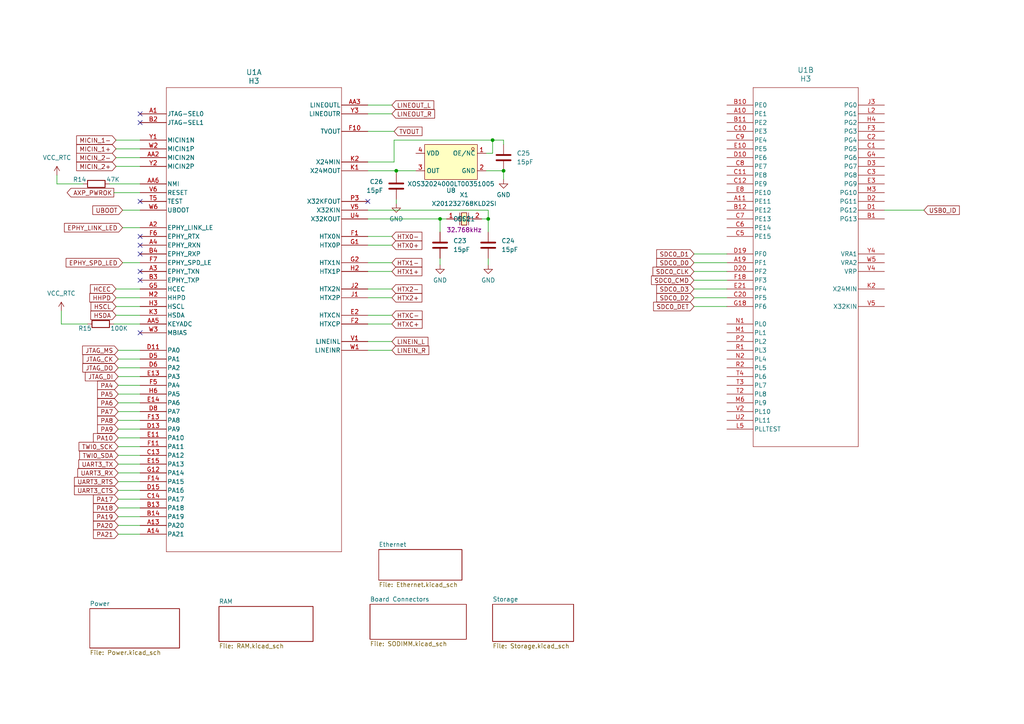
<source format=kicad_sch>
(kicad_sch (version 20250114) (generator "eeschema") (generator_version "9.0")
  (paper "A4")
  (lib_symbols
    (symbol "2024-11-20_05-40-34:H3" (pin_names (offset 0.254))
      (property "Reference" "U" (at 44.45 12.7 0))
      (property "Value" "H3" (at 44.45 10.16 0))
      (symbol "H3_1_1"
        (pin input line (at 0 0 0) (length 7.62) (name "JTAG-SEL0") (number "A1"))
        (pin input line (at 0 -2.54 0) (length 7.62) (name "JTAG-SEL1") (number "B2"))
        (pin unspecified line (at 0 -7.62 0) (length 7.62) (name "MICIN1N") (number "Y1"))
        (pin unspecified line (at 0 -10.16 0) (length 7.62) (name "MICIN1P") (number "W2"))
        (pin unspecified line (at 0 -12.7 0) (length 7.62) (name "MICIN2N") (number "AA2"))
        (pin unspecified line (at 0 -15.24 0) (length 7.62) (name "MICIN2P") (number "Y2"))
        (pin input line (at 0 -20.32 0) (length 7.62) (name "NMI") (number "AA6"))
        (pin input line (at 0 -22.86 0) (length 7.62) (name "RESET") (number "V6"))
        (pin input line (at 0 -25.4 0) (length 7.62) (name "TEST") (number "T5"))
        (pin input line (at 0 -27.94 0) (length 7.62) (name "UBOOT") (number "W6"))
        (pin unspecified line (at 0 -33.02 0) (length 7.62) (name "EPHY_LINK_LE") (number "A2"))
        (pin unspecified line (at 0 -35.56 0) (length 7.62) (name "EPHY_RTX") (number "F6"))
        (pin unspecified line (at 0 -38.1 0) (length 7.62) (name "EPHY_RXN") (number "A4"))
        (pin unspecified line (at 0 -40.64 0) (length 7.62) (name "EPHY_RXP") (number "B4"))
        (pin unspecified line (at 0 -43.18 0) (length 7.62) (name "EPHY_SPD_LE") (number "F7"))
        (pin unspecified line (at 0 -45.72 0) (length 7.62) (name "EPHY_TXN") (number "A3"))
        (pin unspecified line (at 0 -48.26 0) (length 7.62) (name "EPHY_TXP") (number "B3"))
        (pin unspecified line (at 0 -50.8 0) (length 7.62) (name "HCEC") (number "G5"))
        (pin unspecified line (at 0 -53.34 0) (length 7.62) (name "HHPD") (number "M2"))
        (pin unspecified line (at 0 -55.88 0) (length 7.62) (name "HSCL") (number "H3"))
        (pin unspecified line (at 0 -58.42 0) (length 7.62) (name "HSDA") (number "K3"))
        (pin unspecified line (at 0 -60.96 0) (length 7.62) (name "KEYADC") (number "AA5"))
        (pin unspecified line (at 0 -63.5 0) (length 7.62) (name "MBIAS") (number "W3"))
        (pin bidirectional line (at 0 -68.58 0) (length 7.62) (name "PA0") (number "D11"))
        (pin bidirectional line (at 0 -71.12 0) (length 7.62) (name "PA1") (number "D5"))
        (pin bidirectional line (at 0 -73.66 0) (length 7.62) (name "PA2") (number "D6"))
        (pin bidirectional line (at 0 -76.2 0) (length 7.62) (name "PA3") (number "E13"))
        (pin bidirectional line (at 0 -78.74 0) (length 7.62) (name "PA4") (number "F5"))
        (pin bidirectional line (at 0 -81.28 0) (length 7.62) (name "PA5") (number "H6"))
        (pin bidirectional line (at 0 -83.82 0) (length 7.62) (name "PA6") (number "E14"))
        (pin bidirectional line (at 0 -86.36 0) (length 7.62) (name "PA7") (number "D8"))
        (pin bidirectional line (at 0 -88.9 0) (length 7.62) (name "PA8") (number "F13"))
        (pin bidirectional line (at 0 -91.44 0) (length 7.62) (name "PA9") (number "D13"))
        (pin bidirectional line (at 0 -93.98 0) (length 7.62) (name "PA10") (number "E11"))
        (pin bidirectional line (at 0 -96.52 0) (length 7.62) (name "PA11") (number "F11"))
        (pin bidirectional line (at 0 -99.06 0) (length 7.62) (name "PA12") (number "C13"))
        (pin bidirectional line (at 0 -101.6 0) (length 7.62) (name "PA13") (number "E15"))
        (pin bidirectional line (at 0 -104.14 0) (length 7.62) (name "PA14") (number "G12"))
        (pin bidirectional line (at 0 -106.68 0) (length 7.62) (name "PA15") (number "F14"))
        (pin bidirectional line (at 0 -109.22 0) (length 7.62) (name "PA16") (number "D15"))
        (pin bidirectional line (at 0 -111.76 0) (length 7.62) (name "PA17") (number "C14"))
        (pin bidirectional line (at 0 -114.3 0) (length 7.62) (name "PA18") (number "B13"))
        (pin bidirectional line (at 0 -116.84 0) (length 7.62) (name "PA19") (number "B14"))
        (pin bidirectional line (at 0 -119.38 0) (length 7.62) (name "PA20") (number "A13"))
        (pin bidirectional line (at 0 -121.92 0) (length 7.62) (name "PA21") (number "A14"))
        (pin unspecified line (at 66.04 2.54 180) (length 7.62) (name "LINEOUTL") (number "AA3"))
        (pin unspecified line (at 66.04 0 180) (length 7.62) (name "LINEOUTR") (number "Y3"))
        (pin output line (at 66.04 -17.78 180) (length 7.62) (name "TVOUT") (number "F10"))
        (pin unspecified line (at 66.04 -22.86 180) (length 7.62) (name "X24MOUT") (number "K1"))
        (pin unspecified line (at 66.04 -27.94 180) (length 7.62) (name "X32KFOUT") (number "P3"))
        (pin unspecified line (at 66.04 -30.48 180) (length 7.62) (name "X32KOUT") (number "U4"))
        (pin unspecified line (at 66.04 -35.56 180) (length 7.62) (name "HTX0N") (number "F1"))
        (pin unspecified line (at 66.04 -38.1 180) (length 7.62) (name "HTX0P") (number "G1"))
        (pin unspecified line (at 66.04 -43.18 180) (length 7.62) (name "HTX1N") (number "G2"))
        (pin unspecified line (at 66.04 -45.72 180) (length 7.62) (name "HTX1P") (number "H2"))
        (pin unspecified line (at 66.04 -50.8 180) (length 7.62) (name "HTX2N") (number "J2"))
        (pin unspecified line (at 66.04 -53.34 180) (length 7.62) (name "HTX2P") (number "J1"))
        (pin unspecified line (at 66.04 -58.42 180) (length 7.62) (name "HTXCN") (number "E2"))
        (pin unspecified line (at 66.04 -60.96 180) (length 7.62) (name "HTXCP") (number "F2"))
        (pin unspecified line (at 66.04 -66.04 180) (length 7.62) (name "LINEINL") (number "V1"))
        (pin unspecified line (at 66.04 -68.58 180) (length 7.62) (name "LINEINR") (number "W1"))
      )
      (symbol "H3_2_1"
        (pin bidirectional line (at 0 0 0) (length 7.62) (name "PE0") (number "B10"))
        (pin bidirectional line (at 0 -2.54 0) (length 7.62) (name "PE1") (number "A10"))
        (pin bidirectional line (at 0 -5.08 0) (length 7.62) (name "PE2") (number "B11"))
        (pin bidirectional line (at 0 -7.62 0) (length 7.62) (name "PE3") (number "C10"))
        (pin bidirectional line (at 0 -10.16 0) (length 7.62) (name "PE4") (number "C9"))
        (pin bidirectional line (at 0 -12.7 0) (length 7.62) (name "PE5") (number "E10"))
        (pin bidirectional line (at 0 -15.24 0) (length 7.62) (name "PE6") (number "D10"))
        (pin bidirectional line (at 0 -17.78 0) (length 7.62) (name "PE7") (number "C8"))
        (pin bidirectional line (at 0 -20.32 0) (length 7.62) (name "PE8") (number "C11"))
        (pin bidirectional line (at 0 -22.86 0) (length 7.62) (name "PE9") (number "C12"))
        (pin bidirectional line (at 0 -25.4 0) (length 7.62) (name "PE10") (number "E8"))
        (pin bidirectional line (at 0 -27.94 0) (length 7.62) (name "PE11") (number "A11"))
        (pin bidirectional line (at 0 -30.48 0) (length 7.62) (name "PE12") (number "B12"))
        (pin bidirectional line (at 0 -33.02 0) (length 7.62) (name "PE13") (number "C7"))
        (pin bidirectional line (at 0 -35.56 0) (length 7.62) (name "PE14") (number "C6"))
        (pin bidirectional line (at 0 -38.1 0) (length 7.62) (name "PE15") (number "C5"))
        (pin bidirectional line (at 0 -43.18 0) (length 7.62) (name "PF0") (number "D19"))
        (pin bidirectional line (at 0 -45.72 0) (length 7.62) (name "PF1") (number "A19"))
        (pin bidirectional line (at 0 -48.26 0) (length 7.62) (name "PF2") (number "D20"))
        (pin bidirectional line (at 0 -50.8 0) (length 7.62) (name "PF3") (number "F18"))
        (pin bidirectional line (at 0 -53.34 0) (length 7.62) (name "PF4") (number "E21"))
        (pin bidirectional line (at 0 -55.88 0) (length 7.62) (name "PF5") (number "C20"))
        (pin bidirectional line (at 0 -58.42 0) (length 7.62) (name "PF6") (number "G18"))
        (pin bidirectional line (at 0 -63.5 0) (length 7.62) (name "PL0") (number "N1"))
        (pin bidirectional line (at 0 -66.04 0) (length 7.62) (name "PL1") (number "M1"))
        (pin bidirectional line (at 0 -68.58 0) (length 7.62) (name "PL2") (number "P2"))
        (pin bidirectional line (at 0 -71.12 0) (length 7.62) (name "PL3") (number "R1"))
        (pin bidirectional line (at 0 -73.66 0) (length 7.62) (name "PL4") (number "N2"))
        (pin bidirectional line (at 0 -76.2 0) (length 7.62) (name "PL5") (number "R2"))
        (pin bidirectional line (at 0 -78.74 0) (length 7.62) (name "PL6") (number "T4"))
        (pin bidirectional line (at 0 -81.28 0) (length 7.62) (name "PL7") (number "T3"))
        (pin bidirectional line (at 0 -83.82 0) (length 7.62) (name "PL8") (number "T2"))
        (pin bidirectional line (at 0 -86.36 0) (length 7.62) (name "PL9") (number "M6"))
        (pin bidirectional line (at 0 -88.9 0) (length 7.62) (name "PL10") (number "V2"))
        (pin bidirectional line (at 0 -91.44 0) (length 7.62) (name "PL11") (number "U2"))
        (pin unspecified line (at 0 -93.98 0) (length 7.62) (name "PLLTEST") (number "L5"))
        (pin bidirectional line (at 45.72 0 180) (length 7.62) (name "PG0") (number "J3"))
        (pin bidirectional line (at 45.72 -2.54 180) (length 7.62) (name "PG1") (number "L2"))
        (pin bidirectional line (at 45.72 -5.08 180) (length 7.62) (name "PG2") (number "H4"))
        (pin bidirectional line (at 45.72 -7.62 180) (length 7.62) (name "PG3") (number "F3"))
        (pin bidirectional line (at 45.72 -10.16 180) (length 7.62) (name "PG4") (number "C2"))
        (pin bidirectional line (at 45.72 -12.7 180) (length 7.62) (name "PG5") (number "C1"))
        (pin bidirectional line (at 45.72 -15.24 180) (length 7.62) (name "PG6") (number "G4"))
        (pin bidirectional line (at 45.72 -17.78 180) (length 7.62) (name "PG7") (number "D3"))
        (pin bidirectional line (at 45.72 -20.32 180) (length 7.62) (name "PG8") (number "C3"))
        (pin bidirectional line (at 45.72 -22.86 180) (length 7.62) (name "PG9") (number "E3"))
        (pin bidirectional line (at 45.72 -25.4 180) (length 7.62) (name "PG10") (number "M3"))
        (pin bidirectional line (at 45.72 -27.94 180) (length 7.62) (name "PG11") (number "D2"))
        (pin bidirectional line (at 45.72 -30.48 180) (length 7.62) (name "PG12") (number "D1"))
        (pin bidirectional line (at 45.72 -33.02 180) (length 7.62) (name "PG13") (number "B1"))
        (pin unspecified line (at 45.72 -43.18 180) (length 7.62) (name "VRA1") (number "Y4"))
        (pin unspecified line (at 45.72 -45.72 180) (length 7.62) (name "VRA2") (number "W5"))
        (pin unspecified line (at 45.72 -48.26 180) (length 7.62) (name "VRP") (number "V4"))
        (pin unspecified line (at 45.72 -53.34 180) (length 7.62) (name "X24MIN") (number "K2"))
        (pin unspecified line (at 45.72 -58.42 180) (length 7.62) (name "X32KIN") (number "V5"))
      )
      (symbol "H3_3_1"
        (text "DRAM" (at 25.4 1.27 0) (effects (font (size 2 2) (bold yes))))
        (pin unspecified line (at 0 0 0) (length 7.62) (name "SZQ") (number "V10"))
        (pin bidirectional line (at 0 -6.35 0) (length 7.62) (name "SBA0") (number "W17"))
        (pin bidirectional line (at 0 -8.89 0) (length 7.62) (name "SBA1") (number "T18"))
        (pin bidirectional line (at 0 -11.43 0) (length 7.62) (name "SBA2") (number "V17"))
        (pin bidirectional line (at 0 -16.51 0) (length 7.62) (name "SCAS") (number "U15"))
        (pin output line (at 0 -19.05 0) (length 7.62) (name "SRAS") (number "V13"))
        (pin output line (at 0 -21.59 0) (length 7.62) (name "SWE") (number "W13"))
        (pin output line (at 0 -24.13 0) (length 7.62) (name "SRST") (number "U16"))
        (pin bidirectional line (at 0 -29.21 0) (length 7.62) (name "SCKE0") (number "AA21"))
        (pin bidirectional line (at 0 -31.75 0) (length 7.62) (name "SCKE1") (number "Y21"))
        (pin bidirectional line (at 0 -36.83 0) (length 7.62) (name "SCS0") (number "W20"))
        (pin bidirectional line (at 0 -39.37 0) (length 7.62) (name "SCS1") (number "W21"))
        (pin bidirectional line (at 0 -44.45 0) (length 7.62) (name "SCK") (number "AA19"))
        (pin bidirectional line (at 0 -46.99 0) (length 7.62) (name "SCKB") (number "AA20"))
        (pin output line (at 0 -52.07 0) (length 7.62) (name "SODT0") (number "W11"))
        (pin output line (at 0 -54.61 0) (length 7.62) (name "SODT1") (number "V11"))
        (pin power_in line (at 0 -59.69 0) (length 7.62) (name "SVREF") (number "T16"))
        (pin bidirectional line (at 0 -71.12 0) (length 7.62) (name "SA0") (number "T17"))
        (pin bidirectional line (at 0 -73.66 0) (length 7.62) (name "SA1") (number "U18"))
        (pin bidirectional line (at 0 -76.2 0) (length 7.62) (name "SA2") (number "V19"))
        (pin bidirectional line (at 0 -78.74 0) (length 7.62) (name "SA3") (number "V20"))
        (pin bidirectional line (at 0 -81.28 0) (length 7.62) (name "SA4") (number "V21"))
        (pin bidirectional line (at 0 -83.82 0) (length 7.62) (name "SA5") (number "Y19"))
        (pin bidirectional line (at 0 -86.36 0) (length 7.62) (name "SA6") (number "Y20"))
        (pin bidirectional line (at 0 -88.9 0) (length 7.62) (name "SA7") (number "V15"))
        (pin bidirectional line (at 0 -91.44 0) (length 7.62) (name "SA8") (number "W18"))
        (pin bidirectional line (at 0 -93.98 0) (length 7.62) (name "SA9") (number "Y18"))
        (pin bidirectional line (at 0 -96.52 0) (length 7.62) (name "SA10") (number "P19"))
        (pin bidirectional line (at 0 -99.06 0) (length 7.62) (name "SA11") (number "N19"))
        (pin bidirectional line (at 0 -101.6 0) (length 7.62) (name "SA12") (number "R18"))
        (pin bidirectional line (at 0 -104.14 0) (length 7.62) (name "SA13") (number "V12"))
        (pin bidirectional line (at 0 -106.68 0) (length 7.62) (name "SA14") (number "N17"))
        (pin bidirectional line (at 0 -109.22 0) (length 7.62) (name "SA15") (number "R17"))
        (pin bidirectional line (at 50.8 0 180) (length 7.62) (name "SDQ0") (number "N20"))
        (pin bidirectional line (at 50.8 -2.54 180) (length 7.62) (name "SDQ1") (number "P21"))
        (pin bidirectional line (at 50.8 -5.08 180) (length 7.62) (name "SDQ2") (number "P20"))
        (pin bidirectional line (at 50.8 -7.62 180) (length 7.62) (name "SDQ3") (number "U21"))
        (pin bidirectional line (at 50.8 -10.16 180) (length 7.62) (name "SDQ4") (number "R19"))
        (pin bidirectional line (at 50.8 -12.7 180) (length 7.62) (name "SDQ5") (number "T20"))
        (pin bidirectional line (at 50.8 -15.24 180) (length 7.62) (name "SDQ6") (number "U19"))
        (pin bidirectional line (at 50.8 -17.78 180) (length 7.62) (name "SDQ7") (number "U20"))
        (pin bidirectional line (at 50.8 -20.32 180) (length 7.62) (name "SDQ8") (number "J19"))
        (pin bidirectional line (at 50.8 -22.86 180) (length 7.62) (name "SDQ9") (number "H20"))
        (pin bidirectional line (at 50.8 -25.4 180) (length 7.62) (name "SDQ10") (number "H21"))
        (pin bidirectional line (at 50.8 -27.94 180) (length 7.62) (name "SDQ11") (number "J21"))
        (pin bidirectional line (at 50.8 -30.48 180) (length 7.62) (name "SDQ12") (number "L20"))
        (pin bidirectional line (at 50.8 -33.02 180) (length 7.62) (name "SDQ13") (number "L21"))
        (pin bidirectional line (at 50.8 -35.56 180) (length 7.62) (name "SDQ14") (number "M21"))
        (pin bidirectional line (at 50.8 -38.1 180) (length 7.62) (name "SDQ15") (number "M19"))
        (pin bidirectional line (at 50.8 -40.64 180) (length 7.62) (name "SDQ16") (number "Y17"))
        (pin bidirectional line (at 50.8 -43.18 180) (length 7.62) (name "SDQ17") (number "AA17"))
        (pin bidirectional line (at 50.8 -45.72 180) (length 7.62) (name "SDQ18") (number "Y16"))
        (pin bidirectional line (at 50.8 -48.26 180) (length 7.62) (name "SDQ19") (number "W15"))
        (pin bidirectional line (at 50.8 -50.8 180) (length 7.62) (name "SDQ20") (number "Y14"))
        (pin bidirectional line (at 50.8 -53.34 180) (length 7.62) (name "SDQ21") (number "AA14"))
        (pin bidirectional line (at 50.8 -55.88 180) (length 7.62) (name "SDQ22") (number "Y13"))
        (pin bidirectional line (at 50.8 -58.42 180) (length 7.62) (name "SDQ23") (number "Y12"))
        (pin bidirectional line (at 50.8 -60.96 180) (length 7.62) (name "SDQ24") (number "W12"))
        (pin bidirectional line (at 50.8 -63.5 180) (length 7.62) (name "SDQ25") (number "AA11"))
        (pin bidirectional line (at 50.8 -66.04 180) (length 7.62) (name "SDQ26") (number "Y11"))
        (pin bidirectional line (at 50.8 -68.58 180) (length 7.62) (name "SDQ27") (number "Y10"))
        (pin bidirectional line (at 50.8 -71.12 180) (length 7.62) (name "SDQ28") (number "W9"))
        (pin bidirectional line (at 50.8 -73.66 180) (length 7.62) (name "SDQ29") (number "AA8"))
        (pin bidirectional line (at 50.8 -76.2 180) (length 7.62) (name "SDQ30") (number "Y8"))
        (pin bidirectional line (at 50.8 -78.74 180) (length 7.62) (name "SDQ31") (number "Y7"))
        (pin bidirectional line (at 50.8 -81.28 180) (length 7.62) (name "SDQM0") (number "M20"))
        (pin bidirectional line (at 50.8 -83.82 180) (length 7.62) (name "SDQM1") (number "G20"))
        (pin bidirectional line (at 50.8 -86.36 180) (length 7.62) (name "SDQM2") (number "AA18"))
        (pin bidirectional line (at 50.8 -88.9 180) (length 7.62) (name "SDQM3") (number "AA12"))
        (pin bidirectional line (at 50.8 -91.44 180) (length 7.62) (name "SDQS0") (number "R20"))
        (pin bidirectional line (at 50.8 -93.98 180) (length 7.62) (name "SDQS0B") (number "R21"))
        (pin bidirectional line (at 50.8 -96.52 180) (length 7.62) (name "SDQS1") (number "K20"))
        (pin bidirectional line (at 50.8 -99.06 180) (length 7.62) (name "SDQS1B") (number "J20"))
        (pin bidirectional line (at 50.8 -101.6 180) (length 7.62) (name "SDQS2") (number "AA15"))
        (pin bidirectional line (at 50.8 -104.14 180) (length 7.62) (name "SDQS2B") (number "Y15"))
        (pin bidirectional line (at 50.8 -106.68 180) (length 7.62) (name "SDQS3") (number "AA9"))
        (pin bidirectional line (at 50.8 -109.22 180) (length 7.62) (name "SDQS3B") (number "Y9"))
      )
      (symbol "H3_4_1"
        (pin no_connect line (at 0 0 0) (length 7.62) (name "NC") (number "K4"))
        (pin power_in line (at 0 -2.54 0) (length 7.62) (name "AVCC") (number "V3"))
        (pin power_in line (at 0 -7.62 0) (length 7.62) (name "EPHY_VCC") (number "G7"))
        (pin power_in line (at 0 -10.16 0) (length 7.62) (name "EPHY_VDD") (number "F8"))
        (pin power_in line (at 0 -15.24 0) (length 7.62) (name "HVCC") (number "J6"))
        (pin power_in line (at 0 -20.32 0) (length 7.62) (name "RTC_VIO") (number "M4"))
        (pin power_in line (at 0 -30.48 0) (length 7.62) (name "V33_TV") (number "G9"))
        (pin power_in line (at 0 -35.56 0) (length 7.62) (name "VCC_IO") (number "G13"))
        (pin power_in line (at 0 -38.1 0) (length 7.62) (name "VCC_IO") (number "G14"))
        (pin power_in line (at 0 -40.64 0) (length 7.62) (name "VCC_IO") (number "G15"))
        (pin power_in line (at 0 -43.18 0) (length 7.62) (name "VCC_IO") (number "H13"))
        (pin power_in line (at 0 -45.72 0) (length 7.62) (name "VCC_IO") (number "H14"))
        (pin power_in line (at 0 -48.26 0) (length 7.62) (name "VCC_IO") (number "J14"))
        (pin power_in line (at 0 -50.8 0) (length 7.62) (name "VCC_PD") (number "J15"))
        (pin power_in line (at 0 -53.34 0) (length 7.62) (name "VCC_PG") (number "H7"))
        (pin power_in line (at 0 -55.88 0) (length 7.62) (name "VCC_PLL") (number "N3"))
        (pin power_in line (at 0 -58.42 0) (length 7.62) (name "VCC_RTC") (number "K6"))
        (pin power_in line (at 0 -60.96 0) (length 7.62) (name "VCC_USB") (number "G11"))
        (pin power_in line (at 0 -66.04 0) (length 7.62) (name "VCC-DRAM") (number "L16"))
        (pin power_in line (at 0 -68.58 0) (length 7.62) (name "VCC-DRAM") (number "M16"))
        (pin power_in line (at 0 -71.12 0) (length 7.62) (name "VCC-DRAM") (number "N16"))
        (pin power_in line (at 0 -73.66 0) (length 7.62) (name "VCC-DRAM") (number "P16"))
        (pin power_in line (at 0 -76.2 0) (length 7.62) (name "VCC-DRAM") (number "P17"))
        (pin power_in line (at 0 -78.74 0) (length 7.62) (name "VCC-DRAM") (number "R16"))
        (pin power_in line (at 0 -81.28 0) (length 7.62) (name "VCC-DRAM") (number "T12"))
        (pin power_in line (at 0 -83.82 0) (length 7.62) (name "VCC-DRAM") (number "T13"))
        (pin power_in line (at 0 -86.36 0) (length 7.62) (name "VCC-DRAM") (number "T14"))
        (pin power_in line (at 0 -88.9 0) (length 7.62) (name "VCC-DRAM") (number "T15"))
        (pin power_in line (at 0 -91.44 0) (length 7.62) (name "VCC-DRAM") (number "U11"))
      )
      (symbol "H3_5_1"
        (pin power_in line (at 0 0 0) (length 7.62) (name "VDD_CPUS") (number "J7"))
        (pin power_in line (at 0 -2.54 0) (length 7.62) (name "VDD_CPUS") (number "J8"))
        (pin power_in line (at 0 -5.08 0) (length 7.62) (name "VDD_CPUX") (number "N8"))
        (pin power_in line (at 0 -7.62 0) (length 7.62) (name "VDD_CPUX") (number "P6"))
        (pin power_in line (at 0 -10.16 0) (length 7.62) (name "VDD_CPUX") (number "P7"))
        (pin power_in line (at 0 -12.7 0) (length 7.62) (name "VDD_CPUX") (number "P8"))
        (pin power_in line (at 0 -15.24 0) (length 7.62) (name "VDD_CPUX") (number "P9"))
        (pin power_in line (at 0 -17.78 0) (length 7.62) (name "VDD_CPUX") (number "R6"))
        (pin power_in line (at 0 -20.32 0) (length 7.62) (name "VDD_CPUX") (number "R7"))
        (pin power_in line (at 0 -22.86 0) (length 7.62) (name "VDD_CPUX") (number "R8"))
        (pin power_in line (at 0 -25.4 0) (length 7.62) (name "VDD_CPUX") (number "T6"))
        (pin power_in line (at 0 -27.94 0) (length 7.62) (name "VDD_CPUX") (number "T7"))
        (pin power_in line (at 0 -30.48 0) (length 7.62) (name "VDD_CPUX") (number "T8"))
        (pin power_in line (at 0 -33.02 0) (length 7.62) (name "VDD_CPUX") (number "U6"))
        (pin power_in line (at 0 -35.56 0) (length 7.62) (name "VDD_CPUX") (number "U9"))
        (pin power_in line (at 0 -38.1 0) (length 7.62) (name "VDD_SYS") (number "H10"))
        (pin power_in line (at 0 -40.64 0) (length 7.62) (name "VDD_SYS") (number "J10"))
        (pin power_in line (at 0 -43.18 0) (length 7.62) (name "VDD_SYS") (number "J11"))
        (pin power_in line (at 0 -45.72 0) (length 7.62) (name "VDD_SYS") (number "J12"))
        (pin power_in line (at 0 -48.26 0) (length 7.62) (name "VDD_SYS") (number "K10"))
        (pin power_in line (at 0 -50.8 0) (length 7.62) (name "VDD_SYS") (number "K11"))
        (pin power_in line (at 0 -53.34 0) (length 7.62) (name "VDD_SYS") (number "K12"))
        (pin power_in line (at 0 -55.88 0) (length 7.62) (name "VDD_SYS") (number "L10"))
        (pin power_in line (at 0 -58.42 0) (length 7.62) (name "VDD_SYS") (number "L11"))
        (pin power_in line (at 0 -60.96 0) (length 7.62) (name "VDD_SYS") (number "L12"))
        (pin power_in line (at 0 -63.5 0) (length 7.62) (name "VDD_SYS") (number "L13"))
        (pin power_in line (at 0 -66.04 0) (length 7.62) (name "VDD_SYS") (number "L14"))
        (pin power_in line (at 0 -68.58 0) (length 7.62) (name "VDD_EF_USEBP") (number "H11"))
        (pin power_in line (at 0 -71.12 0) (length 7.62) (name "VDD_EFUSE") (number "G10"))
        (pin power_out line (at 0 -73.66 0) (length 7.62) (name "AGND") (number "U3"))
        (pin power_out line (at 0 -78.74 0) (length 7.62) (name "GND") (number "G8"))
        (pin power_out line (at 0 -81.28 0) (length 7.62) (name "GND") (number "H8"))
        (pin power_out line (at 0 -83.82 0) (length 7.62) (name "GND") (number "J9"))
        (pin power_out line (at 0 -86.36 0) (length 7.62) (name "GND") (number "K7"))
        (pin power_out line (at 0 -88.9 0) (length 7.62) (name "GND") (number "K8"))
        (pin power_out line (at 0 -91.44 0) (length 7.62) (name "GND") (number "K9"))
        (pin power_out line (at 0 -93.98 0) (length 7.62) (name "GND") (number "L8"))
        (pin power_out line (at 0 -96.52 0) (length 7.62) (name "GND") (number "L9"))
        (pin power_out line (at 0 -99.06 0) (length 7.62) (name "GND") (number "M7"))
        (pin power_out line (at 0 -101.6 0) (length 7.62) (name "GND") (number "M8"))
        (pin power_out line (at 0 -104.14 0) (length 7.62) (name "GND") (number "M9"))
        (pin power_out line (at 0 -106.68 0) (length 7.62) (name "GND") (number "N7"))
        (pin power_out line (at 0 -109.22 0) (length 7.62) (name "GND") (number "N9"))
        (pin power_out line (at 0 -111.76 0) (length 7.62) (name "GND") (number "R9"))
        (pin power_out line (at 0 -114.3 0) (length 7.62) (name "GND") (number "A21"))
        (pin power_out line (at 0 -116.84 0) (length 7.62) (name "GND") (number "AA1"))
        (pin power_out line (at 0 -119.38 0) (length 7.62) (name "GND") (number "H12"))
        (pin power_out line (at 0 -121.92 0) (length 7.62) (name "GND") (number "H15"))
        (pin power_out line (at 0 -124.46 0) (length 7.62) (name "GND") (number "J13"))
        (pin power_out line (at 0 -127 0) (length 7.62) (name "GND") (number "J16"))
      )
      (symbol "H3_6_1"
        (pin power_out line (at 0 0 0) (length 7.62) (name "GND") (number "K13"))
        (pin power_out line (at 0 -2.54 0) (length 7.62) (name "GND") (number "K14"))
        (pin power_out line (at 0 -5.08 0) (length 7.62) (name "GND") (number "K15"))
        (pin power_out line (at 0 -7.62 0) (length 7.62) (name "GND") (number "K16"))
        (pin power_out line (at 0 -10.16 0) (length 7.62) (name "GND") (number "L15"))
        (pin power_out line (at 0 -12.7 0) (length 7.62) (name "GND") (number "M10"))
        (pin power_out line (at 0 -15.24 0) (length 7.62) (name "GND") (number "M11"))
        (pin power_out line (at 0 -17.78 0) (length 7.62) (name "GND") (number "M12"))
        (pin power_out line (at 0 -20.32 0) (length 7.62) (name "GND") (number "M13"))
        (pin power_out line (at 0 -22.86 0) (length 7.62) (name "GND") (number "M14"))
        (pin power_out line (at 0 -25.4 0) (length 7.62) (name "GND") (number "M15"))
        (pin power_out line (at 0 -27.94 0) (length 7.62) (name "GND") (number "N10"))
        (pin power_out line (at 0 -30.48 0) (length 7.62) (name "GND") (number "N11"))
        (pin power_out line (at 0 -33.02 0) (length 7.62) (name "GND") (number "N12"))
        (pin power_out line (at 0 -35.56 0) (length 7.62) (name "GND") (number "N13"))
        (pin power_out line (at 0 -38.1 0) (length 7.62) (name "GND") (number "N14"))
        (pin power_out line (at 0 -40.64 0) (length 7.62) (name "GND") (number "N15"))
        (pin power_out line (at 0 -43.18 0) (length 7.62) (name "GND") (number "P10"))
        (pin power_out line (at 0 -45.72 0) (length 7.62) (name "GND") (number "P11"))
        (pin power_out line (at 0 -48.26 0) (length 7.62) (name "GND") (number "P12"))
        (pin power_out line (at 0 -50.8 0) (length 7.62) (name "GND") (number "P13"))
        (pin power_out line (at 0 -53.34 0) (length 7.62) (name "GND") (number "P14"))
        (pin power_out line (at 0 -55.88 0) (length 7.62) (name "GND") (number "P15"))
        (pin power_out line (at 0 -58.42 0) (length 7.62) (name "GND") (number "R10"))
        (pin power_out line (at 0 -60.96 0) (length 7.62) (name "GND") (number "R11"))
        (pin power_out line (at 0 -63.5 0) (length 7.62) (name "GND") (number "R12"))
        (pin power_out line (at 0 -66.04 0) (length 7.62) (name "GND") (number "R13"))
        (pin power_out line (at 0 -68.58 0) (length 7.62) (name "GND") (number "R14"))
        (pin power_out line (at 0 -71.12 0) (length 7.62) (name "GND") (number "T11"))
        (pin power_out line (at 0 -73.66 0) (length 7.62) (name "GND-CPUFB") (number "T9"))
        (pin power_out line (at 0 -76.2 0) (length 7.62) (name "GND-CPUFB") (number "T10"))
        (pin power_out line (at 0 -81.28 0) (length 7.62) (name "HGND") (number "M5"))
      )
      (symbol "H3_7_1"
        (text "USB" (at 33.02 3.81 0) (effects (font (size 2 2) (bold yes))))
        (pin unspecified line (at 55.88 2.54 180) (length 7.62) (name "USB_DM0") (number "B5"))
        (pin unspecified line (at 55.88 0 180) (length 7.62) (name "USB_DM1") (number "B7"))
        (pin unspecified line (at 55.88 -2.54 180) (length 7.62) (name "USB_DM2") (number "A8"))
        (pin unspecified line (at 55.88 -5.08 180) (length 7.62) (name "USB_DM3") (number "B9"))
        (pin unspecified line (at 55.88 -7.62 180) (length 7.62) (name "USB_DP0") (number "A5"))
        (pin unspecified line (at 55.88 -10.16 180) (length 7.62) (name "USB_DP1") (number "B6"))
        (pin unspecified line (at 55.88 -12.7 180) (length 7.62) (name "USB_DP2") (number "A7"))
        (pin unspecified line (at 55.88 -15.24 180) (length 7.62) (name "USB_DP3") (number "B8"))
      )
      (symbol "H3_8_1"
        (pin bidirectional line (at 52.07 2.54 180) (length 7.62) (name "PC0/NAND_WE") (number "C15"))
        (pin bidirectional line (at 52.07 0 180) (length 7.62) (name "PC1/NAND_ALE") (number "C16"))
        (pin bidirectional line (at 52.07 -2.54 180) (length 7.62) (name "PC2/NAND_CLE") (number "B16"))
        (pin bidirectional line (at 52.07 -5.08 180) (length 7.62) (name "PC3/NAND_CE1") (number "B15"))
        (pin bidirectional line (at 52.07 -7.62 180) (length 7.62) (name "PC4/NAND_CE0") (number "F16"))
        (pin bidirectional line (at 52.07 -10.16 180) (length 7.62) (name "PC5/NAND_RE") (number "A17"))
        (pin bidirectional line (at 52.07 -12.7 180) (length 7.62) (name "PC6/NAND_RB0") (number "E16"))
        (pin bidirectional line (at 52.07 -15.24 180) (length 7.62) (name "PC7/NAND_RB1") (number "A16"))
        (pin bidirectional line (at 52.07 -17.78 180) (length 7.62) (name "PC8/NAND_DQ0") (number "B18"))
        (pin bidirectional line (at 52.07 -20.32 180) (length 7.62) (name "PC9/NAND_DQ1") (number "C17"))
        (pin bidirectional line (at 52.07 -22.86 180) (length 7.62) (name "PC10/NAND_DQ2") (number "D17"))
        (pin bidirectional line (at 52.07 -25.4 180) (length 7.62) (name "PC11/NAND_DQ3") (number "C18"))
        (pin bidirectional line (at 52.07 -27.94 180) (length 7.62) (name "PC12/NAND_DQ4") (number "B17"))
        (pin bidirectional line (at 52.07 -30.48 180) (length 7.62) (name "PC13/NAND_DQ5") (number "B19"))
        (pin bidirectional line (at 52.07 -33.02 180) (length 7.62) (name "PC14/NAND_DQ6") (number "F17"))
        (pin bidirectional line (at 52.07 -35.56 180) (length 7.62) (name "PC15/NAND_DQ7") (number "C19"))
        (pin bidirectional line (at 52.07 -38.1 180) (length 7.62) (name "PC16/NAND_DQS") (number "H16"))
      )
      (symbol "H3_9_1"
        (pin bidirectional line (at 66.04 5.08 180) (length 7.62) (name "PD0") (number "C21"))
        (pin bidirectional line (at 66.04 2.54 180) (length 7.62) (name "PD1") (number "H17"))
        (pin bidirectional line (at 66.04 0 180) (length 7.62) (name "PD2") (number "B20"))
        (pin bidirectional line (at 66.04 -2.54 180) (length 7.62) (name "PD3") (number "H18"))
        (pin bidirectional line (at 66.04 -5.08 180) (length 7.62) (name "PD4") (number "A20"))
        (pin bidirectional line (at 66.04 -7.62 180) (length 7.62) (name "PD5") (number "F19"))
        (pin bidirectional line (at 66.04 -10.16 180) (length 7.62) (name "PD6") (number "B21"))
        (pin bidirectional line (at 66.04 -12.7 180) (length 7.62) (name "PD7") (number "E18"))
        (pin bidirectional line (at 66.04 -15.24 180) (length 7.62) (name "PD8") (number "E20"))
        (pin bidirectional line (at 66.04 -17.78 180) (length 7.62) (name "PD9") (number "F21"))
        (pin bidirectional line (at 66.04 -20.32 180) (length 7.62) (name "PD10") (number "H19"))
        (pin bidirectional line (at 66.04 -22.86 180) (length 7.62) (name "PD11") (number "F20"))
        (pin bidirectional line (at 66.04 -25.4 180) (length 7.62) (name "PD12") (number "E19"))
        (pin bidirectional line (at 66.04 -27.94 180) (length 7.62) (name "PD13") (number "K17"))
        (pin bidirectional line (at 66.04 -30.48 180) (length 7.62) (name "PD14") (number "L17"))
        (pin bidirectional line (at 66.04 -33.02 180) (length 7.62) (name "PD15") (number "K18"))
        (pin bidirectional line (at 66.04 -35.56 180) (length 7.62) (name "PD16") (number "L18"))
        (pin bidirectional line (at 66.04 -38.1 180) (length 7.62) (name "PD17") (number "L19"))
      )
    )
    (symbol "Device:C" (pin_numbers (hide yes)) (pin_names (offset 0.254))
      (property "Reference" "C" (at 0.635 2.54 0))
      (property "Value" "C" (at 0.635 -2.54 0))
      (symbol "C_1_1"
        (pin passive line (at 0 3.81 270) (length 2.794) (name "~") (number "1"))
        (pin passive line (at 0 -3.81 90) (length 2.794) (name "~") (number "2"))
      )
    )
    (symbol "Device:R" (pin_numbers (hide yes)) (pin_names (offset 0))
      (property "Reference" "R" (at 2.032 0 90))
      (property "Value" "R" (at 0 0 90))
      (symbol "R_1_1"
        (pin passive line (at 0 3.81 270) (length 1.27) (name "~") (number "1"))
        (pin passive line (at 0 -3.81 90) (length 1.27) (name "~") (number "2"))
      )
    )
    (symbol "H3_1" (pin_names (offset 0.254))
      (property "Reference" "U" (at 44.45 12.7 0))
      (property "Value" "H3" (at 44.45 10.16 0))
      (symbol "H3_1_1_1"
        (pin input line (at 0 0 0) (length 7.62) (name "JTAG-SEL0") (number "A1"))
        (pin input line (at 0 -2.54 0) (length 7.62) (name "JTAG-SEL1") (number "B2"))
        (pin unspecified line (at 0 -7.62 0) (length 7.62) (name "MICIN1N") (number "Y1"))
        (pin unspecified line (at 0 -10.16 0) (length 7.62) (name "MICIN1P") (number "W2"))
        (pin unspecified line (at 0 -12.7 0) (length 7.62) (name "MICIN2N") (number "AA2"))
        (pin unspecified line (at 0 -15.24 0) (length 7.62) (name "MICIN2P") (number "Y2"))
        (pin input line (at 0 -20.32 0) (length 7.62) (name "NMI") (number "AA6"))
        (pin input line (at 0 -22.86 0) (length 7.62) (name "RESET") (number "V6"))
        (pin input line (at 0 -25.4 0) (length 7.62) (name "TEST") (number "T5"))
        (pin input line (at 0 -27.94 0) (length 7.62) (name "UBOOT") (number "W6"))
        (pin unspecified line (at 0 -33.02 0) (length 7.62) (name "EPHY_LINK_LE") (number "A2"))
        (pin unspecified line (at 0 -35.56 0) (length 7.62) (name "EPHY_RTX") (number "F6"))
        (pin unspecified line (at 0 -38.1 0) (length 7.62) (name "EPHY_RXN") (number "A4"))
        (pin unspecified line (at 0 -40.64 0) (length 7.62) (name "EPHY_RXP") (number "B4"))
        (pin unspecified line (at 0 -43.18 0) (length 7.62) (name "EPHY_SPD_LE") (number "F7"))
        (pin unspecified line (at 0 -45.72 0) (length 7.62) (name "EPHY_TXN") (number "A3"))
        (pin unspecified line (at 0 -48.26 0) (length 7.62) (name "EPHY_TXP") (number "B3"))
        (pin unspecified line (at 0 -50.8 0) (length 7.62) (name "HCEC") (number "G5"))
        (pin unspecified line (at 0 -53.34 0) (length 7.62) (name "HHPD") (number "M2"))
        (pin unspecified line (at 0 -55.88 0) (length 7.62) (name "HSCL") (number "H3"))
        (pin unspecified line (at 0 -58.42 0) (length 7.62) (name "HSDA") (number "K3"))
        (pin unspecified line (at 0 -60.96 0) (length 7.62) (name "KEYADC") (number "AA5"))
        (pin unspecified line (at 0 -63.5 0) (length 7.62) (name "MBIAS") (number "W3"))
        (pin bidirectional line (at 0 -68.58 0) (length 7.62) (name "PA0") (number "D11"))
        (pin bidirectional line (at 0 -71.12 0) (length 7.62) (name "PA1") (number "D5"))
        (pin bidirectional line (at 0 -73.66 0) (length 7.62) (name "PA2") (number "D6"))
        (pin bidirectional line (at 0 -76.2 0) (length 7.62) (name "PA3") (number "E13"))
        (pin bidirectional line (at 0 -78.74 0) (length 7.62) (name "PA4") (number "F5"))
        (pin bidirectional line (at 0 -81.28 0) (length 7.62) (name "PA5") (number "H6"))
        (pin bidirectional line (at 0 -83.82 0) (length 7.62) (name "PA6") (number "E14"))
        (pin bidirectional line (at 0 -86.36 0) (length 7.62) (name "PA7") (number "D8"))
        (pin bidirectional line (at 0 -88.9 0) (length 7.62) (name "PA8") (number "F13"))
        (pin bidirectional line (at 0 -91.44 0) (length 7.62) (name "PA9") (number "D13"))
        (pin bidirectional line (at 0 -93.98 0) (length 7.62) (name "PA10") (number "E11"))
        (pin bidirectional line (at 0 -96.52 0) (length 7.62) (name "PA11") (number "F11"))
        (pin bidirectional line (at 0 -99.06 0) (length 7.62) (name "PA12") (number "C13"))
        (pin bidirectional line (at 0 -101.6 0) (length 7.62) (name "PA13") (number "E15"))
        (pin bidirectional line (at 0 -104.14 0) (length 7.62) (name "PA14") (number "G12"))
        (pin bidirectional line (at 0 -106.68 0) (length 7.62) (name "PA15") (number "F14"))
        (pin bidirectional line (at 0 -109.22 0) (length 7.62) (name "PA16") (number "D15"))
        (pin bidirectional line (at 0 -111.76 0) (length 7.62) (name "PA17") (number "C14"))
        (pin bidirectional line (at 0 -114.3 0) (length 7.62) (name "PA18") (number "B13"))
        (pin bidirectional line (at 0 -116.84 0) (length 7.62) (name "PA19") (number "B14"))
        (pin bidirectional line (at 0 -119.38 0) (length 7.62) (name "PA20") (number "A13"))
        (pin bidirectional line (at 0 -121.92 0) (length 7.62) (name "PA21") (number "A14"))
        (pin unspecified line (at 66.04 2.54 180) (length 7.62) (name "LINEOUTL") (number "AA3"))
        (pin unspecified line (at 66.04 0 180) (length 7.62) (name "LINEOUTR") (number "Y3"))
        (pin output line (at 66.04 -5.08 180) (length 7.62) (name "TVOUT") (number "F10"))
        (pin unspecified line (at 66.04 -13.97 180) (length 7.62) (name "X24MIN") (number "K2"))
        (pin unspecified line (at 66.04 -16.51 180) (length 7.62) (name "X24MOUT") (number "K1"))
        (pin unspecified line (at 66.04 -25.4 180) (length 7.62) (name "X32KFOUT") (number "P3"))
        (pin unspecified line (at 66.04 -27.94 180) (length 7.62) (name "X32KIN") (number "V5"))
        (pin unspecified line (at 66.04 -30.48 180) (length 7.62) (name "X32KOUT") (number "U4"))
        (pin unspecified line (at 66.04 -35.56 180) (length 7.62) (name "HTX0N") (number "F1"))
        (pin unspecified line (at 66.04 -38.1 180) (length 7.62) (name "HTX0P") (number "G1"))
        (pin unspecified line (at 66.04 -43.18 180) (length 7.62) (name "HTX1N") (number "G2"))
        (pin unspecified line (at 66.04 -45.72 180) (length 7.62) (name "HTX1P") (number "H2"))
        (pin unspecified line (at 66.04 -50.8 180) (length 7.62) (name "HTX2N") (number "J2"))
        (pin unspecified line (at 66.04 -53.34 180) (length 7.62) (name "HTX2P") (number "J1"))
        (pin unspecified line (at 66.04 -58.42 180) (length 7.62) (name "HTXCN") (number "E2"))
        (pin unspecified line (at 66.04 -60.96 180) (length 7.62) (name "HTXCP") (number "F2"))
        (pin unspecified line (at 66.04 -66.04 180) (length 7.62) (name "LINEINL") (number "V1"))
        (pin unspecified line (at 66.04 -68.58 180) (length 7.62) (name "LINEINR") (number "W1"))
      )
      (symbol "H3_1_2_1"
        (pin bidirectional line (at 0 0 0) (length 7.62) (name "PE0") (number "B10"))
        (pin bidirectional line (at 0 -2.54 0) (length 7.62) (name "PE1") (number "A10"))
        (pin bidirectional line (at 0 -5.08 0) (length 7.62) (name "PE2") (number "B11"))
        (pin bidirectional line (at 0 -7.62 0) (length 7.62) (name "PE3") (number "C10"))
        (pin bidirectional line (at 0 -10.16 0) (length 7.62) (name "PE4") (number "C9"))
        (pin bidirectional line (at 0 -12.7 0) (length 7.62) (name "PE5") (number "E10"))
        (pin bidirectional line (at 0 -15.24 0) (length 7.62) (name "PE6") (number "D10"))
        (pin bidirectional line (at 0 -17.78 0) (length 7.62) (name "PE7") (number "C8"))
        (pin bidirectional line (at 0 -20.32 0) (length 7.62) (name "PE8") (number "C11"))
        (pin bidirectional line (at 0 -22.86 0) (length 7.62) (name "PE9") (number "C12"))
        (pin bidirectional line (at 0 -25.4 0) (length 7.62) (name "PE10") (number "E8"))
        (pin bidirectional line (at 0 -27.94 0) (length 7.62) (name "PE11") (number "A11"))
        (pin bidirectional line (at 0 -30.48 0) (length 7.62) (name "PE12") (number "B12"))
        (pin bidirectional line (at 0 -33.02 0) (length 7.62) (name "PE13") (number "C7"))
        (pin bidirectional line (at 0 -35.56 0) (length 7.62) (name "PE14") (number "C6"))
        (pin bidirectional line (at 0 -38.1 0) (length 7.62) (name "PE15") (number "C5"))
        (pin bidirectional line (at 0 -43.18 0) (length 7.62) (name "PF0") (number "D19"))
        (pin bidirectional line (at 0 -45.72 0) (length 7.62) (name "PF1") (number "A19"))
        (pin bidirectional line (at 0 -48.26 0) (length 7.62) (name "PF2") (number "D20"))
        (pin bidirectional line (at 0 -50.8 0) (length 7.62) (name "PF3") (number "F18"))
        (pin bidirectional line (at 0 -53.34 0) (length 7.62) (name "PF4") (number "E21"))
        (pin bidirectional line (at 0 -55.88 0) (length 7.62) (name "PF5") (number "C20"))
        (pin bidirectional line (at 0 -58.42 0) (length 7.62) (name "PF6") (number "G18"))
        (pin bidirectional line (at 0 -63.5 0) (length 7.62) (name "PL0") (number "N1"))
        (pin bidirectional line (at 0 -66.04 0) (length 7.62) (name "PL1") (number "M1"))
        (pin bidirectional line (at 0 -68.58 0) (length 7.62) (name "PL2") (number "P2"))
        (pin bidirectional line (at 0 -71.12 0) (length 7.62) (name "PL3") (number "R1"))
        (pin bidirectional line (at 0 -73.66 0) (length 7.62) (name "PL4") (number "N2"))
        (pin bidirectional line (at 0 -76.2 0) (length 7.62) (name "PL5") (number "R2"))
        (pin bidirectional line (at 0 -78.74 0) (length 7.62) (name "PL6") (number "T4"))
        (pin bidirectional line (at 0 -81.28 0) (length 7.62) (name "PL7") (number "T3"))
        (pin bidirectional line (at 0 -83.82 0) (length 7.62) (name "PL8") (number "T2"))
        (pin bidirectional line (at 0 -86.36 0) (length 7.62) (name "PL9") (number "M6"))
        (pin bidirectional line (at 0 -88.9 0) (length 7.62) (name "PL10") (number "V2"))
        (pin bidirectional line (at 0 -91.44 0) (length 7.62) (name "PL11") (number "U2"))
        (pin unspecified line (at 0 -93.98 0) (length 7.62) (name "PLLTEST") (number "L5"))
        (pin bidirectional line (at 45.72 0 180) (length 7.62) (name "PG0") (number "J3"))
        (pin bidirectional line (at 45.72 -2.54 180) (length 7.62) (name "PG1") (number "L2"))
        (pin bidirectional line (at 45.72 -5.08 180) (length 7.62) (name "PG2") (number "H4"))
        (pin bidirectional line (at 45.72 -7.62 180) (length 7.62) (name "PG3") (number "F3"))
        (pin bidirectional line (at 45.72 -10.16 180) (length 7.62) (name "PG4") (number "C2"))
        (pin bidirectional line (at 45.72 -12.7 180) (length 7.62) (name "PG5") (number "C1"))
        (pin bidirectional line (at 45.72 -15.24 180) (length 7.62) (name "PG6") (number "G4"))
        (pin bidirectional line (at 45.72 -17.78 180) (length 7.62) (name "PG7") (number "D3"))
        (pin bidirectional line (at 45.72 -20.32 180) (length 7.62) (name "PG8") (number "C3"))
        (pin bidirectional line (at 45.72 -22.86 180) (length 7.62) (name "PG9") (number "E3"))
        (pin bidirectional line (at 45.72 -25.4 180) (length 7.62) (name "PG10") (number "M3"))
        (pin bidirectional line (at 45.72 -27.94 180) (length 7.62) (name "PG11") (number "D2"))
        (pin bidirectional line (at 45.72 -30.48 180) (length 7.62) (name "PG12") (number "D1"))
        (pin bidirectional line (at 45.72 -33.02 180) (length 7.62) (name "PG13") (number "B1"))
        (pin unspecified line (at 45.72 -43.18 180) (length 7.62) (name "VRA1") (number "Y4"))
        (pin unspecified line (at 45.72 -45.72 180) (length 7.62) (name "VRA2") (number "W5"))
        (pin unspecified line (at 45.72 -48.26 180) (length 7.62) (name "VRP") (number "V4"))
      )
      (symbol "H3_1_3_1"
        (text "DRAM" (at 25.4 1.27 0) (effects (font (size 2 2) (bold yes))))
        (pin unspecified line (at 0 0 0) (length 7.62) (name "SZQ") (number "V10"))
        (pin bidirectional line (at 0 -6.35 0) (length 7.62) (name "SBA0") (number "W17"))
        (pin bidirectional line (at 0 -8.89 0) (length 7.62) (name "SBA1") (number "T18"))
        (pin bidirectional line (at 0 -11.43 0) (length 7.62) (name "SBA2") (number "V17"))
        (pin bidirectional line (at 0 -16.51 0) (length 7.62) (name "SCAS") (number "U15"))
        (pin output line (at 0 -19.05 0) (length 7.62) (name "SRAS") (number "V13"))
        (pin output line (at 0 -21.59 0) (length 7.62) (name "SWE") (number "W13"))
        (pin output line (at 0 -24.13 0) (length 7.62) (name "SRST") (number "U16"))
        (pin bidirectional line (at 0 -29.21 0) (length 7.62) (name "SCKE0") (number "AA21"))
        (pin bidirectional line (at 0 -31.75 0) (length 7.62) (name "SCKE1") (number "Y21"))
        (pin bidirectional line (at 0 -36.83 0) (length 7.62) (name "SCS0") (number "W20"))
        (pin bidirectional line (at 0 -39.37 0) (length 7.62) (name "SCS1") (number "W21"))
        (pin bidirectional line (at 0 -44.45 0) (length 7.62) (name "SCK") (number "AA19"))
        (pin bidirectional line (at 0 -46.99 0) (length 7.62) (name "SCKB") (number "AA20"))
        (pin output line (at 0 -52.07 0) (length 7.62) (name "SODT0") (number "W11"))
        (pin output line (at 0 -54.61 0) (length 7.62) (name "SODT1") (number "V11"))
        (pin power_in line (at 0 -59.69 0) (length 7.62) (name "SVREF") (number "T16"))
        (pin bidirectional line (at 0 -71.12 0) (length 7.62) (name "SA0") (number "T17"))
        (pin bidirectional line (at 0 -73.66 0) (length 7.62) (name "SA1") (number "U18"))
        (pin bidirectional line (at 0 -76.2 0) (length 7.62) (name "SA2") (number "V19"))
        (pin bidirectional line (at 0 -78.74 0) (length 7.62) (name "SA3") (number "V20"))
        (pin bidirectional line (at 0 -81.28 0) (length 7.62) (name "SA4") (number "V21"))
        (pin bidirectional line (at 0 -83.82 0) (length 7.62) (name "SA5") (number "Y19"))
        (pin bidirectional line (at 0 -86.36 0) (length 7.62) (name "SA6") (number "Y20"))
        (pin bidirectional line (at 0 -88.9 0) (length 7.62) (name "SA7") (number "V15"))
        (pin bidirectional line (at 0 -91.44 0) (length 7.62) (name "SA8") (number "W18"))
        (pin bidirectional line (at 0 -93.98 0) (length 7.62) (name "SA9") (number "Y18"))
        (pin bidirectional line (at 0 -96.52 0) (length 7.62) (name "SA10") (number "P19"))
        (pin bidirectional line (at 0 -99.06 0) (length 7.62) (name "SA11") (number "N19"))
        (pin bidirectional line (at 0 -101.6 0) (length 7.62) (name "SA12") (number "R18"))
        (pin bidirectional line (at 0 -104.14 0) (length 7.62) (name "SA13") (number "V12"))
        (pin bidirectional line (at 0 -106.68 0) (length 7.62) (name "SA14") (number "N17"))
        (pin bidirectional line (at 0 -109.22 0) (length 7.62) (name "SA15") (number "R17"))
        (pin bidirectional line (at 50.8 0 180) (length 7.62) (name "SDQ0") (number "N20"))
        (pin bidirectional line (at 50.8 -2.54 180) (length 7.62) (name "SDQ1") (number "P21"))
        (pin bidirectional line (at 50.8 -5.08 180) (length 7.62) (name "SDQ2") (number "P20"))
        (pin bidirectional line (at 50.8 -7.62 180) (length 7.62) (name "SDQ3") (number "U21"))
        (pin bidirectional line (at 50.8 -10.16 180) (length 7.62) (name "SDQ4") (number "R19"))
        (pin bidirectional line (at 50.8 -12.7 180) (length 7.62) (name "SDQ5") (number "T20"))
        (pin bidirectional line (at 50.8 -15.24 180) (length 7.62) (name "SDQ6") (number "U19"))
        (pin bidirectional line (at 50.8 -17.78 180) (length 7.62) (name "SDQ7") (number "U20"))
        (pin bidirectional line (at 50.8 -20.32 180) (length 7.62) (name "SDQ8") (number "J19"))
        (pin bidirectional line (at 50.8 -22.86 180) (length 7.62) (name "SDQ9") (number "H20"))
        (pin bidirectional line (at 50.8 -25.4 180) (length 7.62) (name "SDQ10") (number "H21"))
        (pin bidirectional line (at 50.8 -27.94 180) (length 7.62) (name "SDQ11") (number "J21"))
        (pin bidirectional line (at 50.8 -30.48 180) (length 7.62) (name "SDQ12") (number "L20"))
        (pin bidirectional line (at 50.8 -33.02 180) (length 7.62) (name "SDQ13") (number "L21"))
        (pin bidirectional line (at 50.8 -35.56 180) (length 7.62) (name "SDQ14") (number "M21"))
        (pin bidirectional line (at 50.8 -38.1 180) (length 7.62) (name "SDQ15") (number "M19"))
        (pin bidirectional line (at 50.8 -40.64 180) (length 7.62) (name "SDQ16") (number "Y17"))
        (pin bidirectional line (at 50.8 -43.18 180) (length 7.62) (name "SDQ17") (number "AA17"))
        (pin bidirectional line (at 50.8 -45.72 180) (length 7.62) (name "SDQ18") (number "Y16"))
        (pin bidirectional line (at 50.8 -48.26 180) (length 7.62) (name "SDQ19") (number "W15"))
        (pin bidirectional line (at 50.8 -50.8 180) (length 7.62) (name "SDQ20") (number "Y14"))
        (pin bidirectional line (at 50.8 -53.34 180) (length 7.62) (name "SDQ21") (number "AA14"))
        (pin bidirectional line (at 50.8 -55.88 180) (length 7.62) (name "SDQ22") (number "Y13"))
        (pin bidirectional line (at 50.8 -58.42 180) (length 7.62) (name "SDQ23") (number "Y12"))
        (pin bidirectional line (at 50.8 -60.96 180) (length 7.62) (name "SDQ24") (number "W12"))
        (pin bidirectional line (at 50.8 -63.5 180) (length 7.62) (name "SDQ25") (number "AA11"))
        (pin bidirectional line (at 50.8 -66.04 180) (length 7.62) (name "SDQ26") (number "Y11"))
        (pin bidirectional line (at 50.8 -68.58 180) (length 7.62) (name "SDQ27") (number "Y10"))
        (pin bidirectional line (at 50.8 -71.12 180) (length 7.62) (name "SDQ28") (number "W9"))
        (pin bidirectional line (at 50.8 -73.66 180) (length 7.62) (name "SDQ29") (number "AA8"))
        (pin bidirectional line (at 50.8 -76.2 180) (length 7.62) (name "SDQ30") (number "Y8"))
        (pin bidirectional line (at 50.8 -78.74 180) (length 7.62) (name "SDQ31") (number "Y7"))
        (pin bidirectional line (at 50.8 -81.28 180) (length 7.62) (name "SDQM0") (number "M20"))
        (pin bidirectional line (at 50.8 -83.82 180) (length 7.62) (name "SDQM1") (number "G20"))
        (pin bidirectional line (at 50.8 -86.36 180) (length 7.62) (name "SDQM2") (number "AA18"))
        (pin bidirectional line (at 50.8 -88.9 180) (length 7.62) (name "SDQM3") (number "AA12"))
        (pin bidirectional line (at 50.8 -91.44 180) (length 7.62) (name "SDQS0") (number "R20"))
        (pin bidirectional line (at 50.8 -93.98 180) (length 7.62) (name "SDQS0B") (number "R21"))
        (pin bidirectional line (at 50.8 -96.52 180) (length 7.62) (name "SDQS1") (number "K20"))
        (pin bidirectional line (at 50.8 -99.06 180) (length 7.62) (name "SDQS1B") (number "J20"))
        (pin bidirectional line (at 50.8 -101.6 180) (length 7.62) (name "SDQS2") (number "AA15"))
        (pin bidirectional line (at 50.8 -104.14 180) (length 7.62) (name "SDQS2B") (number "Y15"))
        (pin bidirectional line (at 50.8 -106.68 180) (length 7.62) (name "SDQS3") (number "AA9"))
        (pin bidirectional line (at 50.8 -109.22 180) (length 7.62) (name "SDQS3B") (number "Y9"))
      )
      (symbol "H3_1_4_1"
        (pin no_connect line (at 0 0 0) (length 7.62) (name "NC") (number "K4"))
        (pin power_in line (at 0 -2.54 0) (length 7.62) (name "AVCC") (number "V3"))
        (pin power_in line (at 0 -7.62 0) (length 7.62) (name "EPHY_VCC") (number "G7"))
        (pin power_in line (at 0 -10.16 0) (length 7.62) (name "EPHY_VDD") (number "F8"))
        (pin power_in line (at 0 -15.24 0) (length 7.62) (name "HVCC") (number "J6"))
        (pin power_in line (at 0 -20.32 0) (length 7.62) (name "RTC_VIO") (number "M4"))
        (pin power_in line (at 0 -30.48 0) (length 7.62) (name "V33_TV") (number "G9"))
        (pin power_in line (at 0 -35.56 0) (length 7.62) (name "VCC_IO") (number "G13"))
        (pin power_in line (at 0 -38.1 0) (length 7.62) (name "VCC_IO") (number "G14"))
        (pin power_in line (at 0 -40.64 0) (length 7.62) (name "VCC_IO") (number "G15"))
        (pin power_in line (at 0 -43.18 0) (length 7.62) (name "VCC_IO") (number "H13"))
        (pin power_in line (at 0 -45.72 0) (length 7.62) (name "VCC_IO") (number "H14"))
        (pin power_in line (at 0 -48.26 0) (length 7.62) (name "VCC_IO") (number "J14"))
        (pin power_in line (at 0 -50.8 0) (length 7.62) (name "VCC_PD") (number "J15"))
        (pin power_in line (at 0 -53.34 0) (length 7.62) (name "VCC_PG") (number "H7"))
        (pin power_in line (at 0 -55.88 0) (length 7.62) (name "VCC_PLL") (number "N3"))
        (pin power_in line (at 0 -58.42 0) (length 7.62) (name "VCC_RTC") (number "K6"))
        (pin power_in line (at 0 -60.96 0) (length 7.62) (name "VCC_USB") (number "G11"))
        (pin power_in line (at 0 -66.04 0) (length 7.62) (name "VCC-DRAM") (number "L16"))
        (pin power_in line (at 0 -68.58 0) (length 7.62) (name "VCC-DRAM") (number "M16"))
        (pin power_in line (at 0 -71.12 0) (length 7.62) (name "VCC-DRAM") (number "N16"))
        (pin power_in line (at 0 -73.66 0) (length 7.62) (name "VCC-DRAM") (number "P16"))
        (pin power_in line (at 0 -76.2 0) (length 7.62) (name "VCC-DRAM") (number "P17"))
        (pin power_in line (at 0 -78.74 0) (length 7.62) (name "VCC-DRAM") (number "R16"))
        (pin power_in line (at 0 -81.28 0) (length 7.62) (name "VCC-DRAM") (number "T12"))
        (pin power_in line (at 0 -83.82 0) (length 7.62) (name "VCC-DRAM") (number "T13"))
        (pin power_in line (at 0 -86.36 0) (length 7.62) (name "VCC-DRAM") (number "T14"))
        (pin power_in line (at 0 -88.9 0) (length 7.62) (name "VCC-DRAM") (number "T15"))
        (pin power_in line (at 0 -91.44 0) (length 7.62) (name "VCC-DRAM") (number "U11"))
      )
      (symbol "H3_1_5_1"
        (pin power_in line (at 0 0 0) (length 7.62) (name "VDD_CPUS") (number "J7"))
        (pin power_in line (at 0 -2.54 0) (length 7.62) (name "VDD_CPUS") (number "J8"))
        (pin power_in line (at 0 -5.08 0) (length 7.62) (name "VDD_CPUX") (number "N8"))
        (pin power_in line (at 0 -7.62 0) (length 7.62) (name "VDD_CPUX") (number "P6"))
        (pin power_in line (at 0 -10.16 0) (length 7.62) (name "VDD_CPUX") (number "P7"))
        (pin power_in line (at 0 -12.7 0) (length 7.62) (name "VDD_CPUX") (number "P8"))
        (pin power_in line (at 0 -15.24 0) (length 7.62) (name "VDD_CPUX") (number "P9"))
        (pin power_in line (at 0 -17.78 0) (length 7.62) (name "VDD_CPUX") (number "R6"))
        (pin power_in line (at 0 -20.32 0) (length 7.62) (name "VDD_CPUX") (number "R7"))
        (pin power_in line (at 0 -22.86 0) (length 7.62) (name "VDD_CPUX") (number "R8"))
        (pin power_in line (at 0 -25.4 0) (length 7.62) (name "VDD_CPUX") (number "T6"))
        (pin power_in line (at 0 -27.94 0) (length 7.62) (name "VDD_CPUX") (number "T7"))
        (pin power_in line (at 0 -30.48 0) (length 7.62) (name "VDD_CPUX") (number "T8"))
        (pin power_in line (at 0 -33.02 0) (length 7.62) (name "VDD_CPUX") (number "U6"))
        (pin power_in line (at 0 -35.56 0) (length 7.62) (name "VDD_CPUX") (number "U9"))
        (pin power_in line (at 0 -38.1 0) (length 7.62) (name "VDD_SYS") (number "H10"))
        (pin power_in line (at 0 -40.64 0) (length 7.62) (name "VDD_SYS") (number "J10"))
        (pin power_in line (at 0 -43.18 0) (length 7.62) (name "VDD_SYS") (number "J11"))
        (pin power_in line (at 0 -45.72 0) (length 7.62) (name "VDD_SYS") (number "J12"))
        (pin power_in line (at 0 -48.26 0) (length 7.62) (name "VDD_SYS") (number "K10"))
        (pin power_in line (at 0 -50.8 0) (length 7.62) (name "VDD_SYS") (number "K11"))
        (pin power_in line (at 0 -53.34 0) (length 7.62) (name "VDD_SYS") (number "K12"))
        (pin power_in line (at 0 -55.88 0) (length 7.62) (name "VDD_SYS") (number "L10"))
        (pin power_in line (at 0 -58.42 0) (length 7.62) (name "VDD_SYS") (number "L11"))
        (pin power_in line (at 0 -60.96 0) (length 7.62) (name "VDD_SYS") (number "L12"))
        (pin power_in line (at 0 -63.5 0) (length 7.62) (name "VDD_SYS") (number "L13"))
        (pin power_in line (at 0 -66.04 0) (length 7.62) (name "VDD_SYS") (number "L14"))
        (pin power_in line (at 0 -68.58 0) (length 7.62) (name "VDD_EF_USEBP") (number "H11"))
        (pin power_in line (at 0 -71.12 0) (length 7.62) (name "VDD_EFUSE") (number "G10"))
        (pin power_out line (at 0 -73.66 0) (length 7.62) (name "AGND") (number "U3"))
        (pin power_out line (at 0 -78.74 0) (length 7.62) (name "GND") (number "G8"))
        (pin power_out line (at 0 -81.28 0) (length 7.62) (name "GND") (number "H8"))
        (pin power_out line (at 0 -83.82 0) (length 7.62) (name "GND") (number "J9"))
        (pin power_out line (at 0 -86.36 0) (length 7.62) (name "GND") (number "K7"))
        (pin power_out line (at 0 -88.9 0) (length 7.62) (name "GND") (number "K8"))
        (pin power_out line (at 0 -91.44 0) (length 7.62) (name "GND") (number "K9"))
        (pin power_out line (at 0 -93.98 0) (length 7.62) (name "GND") (number "L8"))
        (pin power_out line (at 0 -96.52 0) (length 7.62) (name "GND") (number "L9"))
        (pin power_out line (at 0 -99.06 0) (length 7.62) (name "GND") (number "M7"))
        (pin power_out line (at 0 -101.6 0) (length 7.62) (name "GND") (number "M8"))
        (pin power_out line (at 0 -104.14 0) (length 7.62) (name "GND") (number "M9"))
        (pin power_out line (at 0 -106.68 0) (length 7.62) (name "GND") (number "N7"))
        (pin power_out line (at 0 -109.22 0) (length 7.62) (name "GND") (number "N9"))
        (pin power_out line (at 0 -111.76 0) (length 7.62) (name "GND") (number "R9"))
        (pin power_out line (at 0 -114.3 0) (length 7.62) (name "GND") (number "A21"))
        (pin power_out line (at 0 -116.84 0) (length 7.62) (name "GND") (number "AA1"))
        (pin power_out line (at 0 -119.38 0) (length 7.62) (name "GND") (number "H12"))
        (pin power_out line (at 0 -121.92 0) (length 7.62) (name "GND") (number "H15"))
        (pin power_out line (at 0 -124.46 0) (length 7.62) (name "GND") (number "J13"))
        (pin power_out line (at 0 -127 0) (length 7.62) (name "GND") (number "J16"))
      )
      (symbol "H3_1_6_1"
        (pin power_out line (at 0 0 0) (length 7.62) (name "GND") (number "K13"))
        (pin power_out line (at 0 -2.54 0) (length 7.62) (name "GND") (number "K14"))
        (pin power_out line (at 0 -5.08 0) (length 7.62) (name "GND") (number "K15"))
        (pin power_out line (at 0 -7.62 0) (length 7.62) (name "GND") (number "K16"))
        (pin power_out line (at 0 -10.16 0) (length 7.62) (name "GND") (number "L15"))
        (pin power_out line (at 0 -12.7 0) (length 7.62) (name "GND") (number "M10"))
        (pin power_out line (at 0 -15.24 0) (length 7.62) (name "GND") (number "M11"))
        (pin power_out line (at 0 -17.78 0) (length 7.62) (name "GND") (number "M12"))
        (pin power_out line (at 0 -20.32 0) (length 7.62) (name "GND") (number "M13"))
        (pin power_out line (at 0 -22.86 0) (length 7.62) (name "GND") (number "M14"))
        (pin power_out line (at 0 -25.4 0) (length 7.62) (name "GND") (number "M15"))
        (pin power_out line (at 0 -27.94 0) (length 7.62) (name "GND") (number "N10"))
        (pin power_out line (at 0 -30.48 0) (length 7.62) (name "GND") (number "N11"))
        (pin power_out line (at 0 -33.02 0) (length 7.62) (name "GND") (number "N12"))
        (pin power_out line (at 0 -35.56 0) (length 7.62) (name "GND") (number "N13"))
        (pin power_out line (at 0 -38.1 0) (length 7.62) (name "GND") (number "N14"))
        (pin power_out line (at 0 -40.64 0) (length 7.62) (name "GND") (number "N15"))
        (pin power_out line (at 0 -43.18 0) (length 7.62) (name "GND") (number "P10"))
        (pin power_out line (at 0 -45.72 0) (length 7.62) (name "GND") (number "P11"))
        (pin power_out line (at 0 -48.26 0) (length 7.62) (name "GND") (number "P12"))
        (pin power_out line (at 0 -50.8 0) (length 7.62) (name "GND") (number "P13"))
        (pin power_out line (at 0 -53.34 0) (length 7.62) (name "GND") (number "P14"))
        (pin power_out line (at 0 -55.88 0) (length 7.62) (name "GND") (number "P15"))
        (pin power_out line (at 0 -58.42 0) (length 7.62) (name "GND") (number "R10"))
        (pin power_out line (at 0 -60.96 0) (length 7.62) (name "GND") (number "R11"))
        (pin power_out line (at 0 -63.5 0) (length 7.62) (name "GND") (number "R12"))
        (pin power_out line (at 0 -66.04 0) (length 7.62) (name "GND") (number "R13"))
        (pin power_out line (at 0 -68.58 0) (length 7.62) (name "GND") (number "R14"))
        (pin power_out line (at 0 -71.12 0) (length 7.62) (name "GND") (number "T11"))
        (pin power_out line (at 0 -73.66 0) (length 7.62) (name "GND-CPUFB") (number "T9"))
        (pin power_out line (at 0 -76.2 0) (length 7.62) (name "GND-CPUFB") (number "T10"))
        (pin power_out line (at 0 -81.28 0) (length 7.62) (name "HGND") (number "M5"))
      )
      (symbol "H3_1_7_1"
        (text "USB" (at 33.02 3.81 0) (effects (font (size 2 2) (bold yes))))
        (pin unspecified line (at 55.88 2.54 180) (length 7.62) (name "USB_DM0") (number "B5"))
        (pin unspecified line (at 55.88 0 180) (length 7.62) (name "USB_DM1") (number "B7"))
        (pin unspecified line (at 55.88 -2.54 180) (length 7.62) (name "USB_DM2") (number "A8"))
        (pin unspecified line (at 55.88 -5.08 180) (length 7.62) (name "USB_DM3") (number "B9"))
        (pin unspecified line (at 55.88 -7.62 180) (length 7.62) (name "USB_DP0") (number "A5"))
        (pin unspecified line (at 55.88 -10.16 180) (length 7.62) (name "USB_DP1") (number "B6"))
        (pin unspecified line (at 55.88 -12.7 180) (length 7.62) (name "USB_DP2") (number "A7"))
        (pin unspecified line (at 55.88 -15.24 180) (length 7.62) (name "USB_DP3") (number "B8"))
      )
      (symbol "H3_1_8_1"
        (pin bidirectional line (at 52.07 2.54 180) (length 7.62) (name "PC0/NAND_WE") (number "C15"))
        (pin bidirectional line (at 52.07 0 180) (length 7.62) (name "PC1/NAND_ALE") (number "C16"))
        (pin bidirectional line (at 52.07 -2.54 180) (length 7.62) (name "PC2/NAND_CLE") (number "B16"))
        (pin bidirectional line (at 52.07 -5.08 180) (length 7.62) (name "PC3/NAND_CE1") (number "B15"))
        (pin bidirectional line (at 52.07 -7.62 180) (length 7.62) (name "PC4/NAND_CE0") (number "F16"))
        (pin bidirectional line (at 52.07 -10.16 180) (length 7.62) (name "PC5/NAND_RE") (number "A17"))
        (pin bidirectional line (at 52.07 -12.7 180) (length 7.62) (name "PC6/NAND_RB0") (number "E16"))
        (pin bidirectional line (at 52.07 -15.24 180) (length 7.62) (name "PC7/NAND_RB1") (number "A16"))
        (pin bidirectional line (at 52.07 -17.78 180) (length 7.62) (name "PC8/NAND_DQ0") (number "B18"))
        (pin bidirectional line (at 52.07 -20.32 180) (length 7.62) (name "PC9/NAND_DQ1") (number "C17"))
        (pin bidirectional line (at 52.07 -22.86 180) (length 7.62) (name "PC10/NAND_DQ2") (number "D17"))
        (pin bidirectional line (at 52.07 -25.4 180) (length 7.62) (name "PC11/NAND_DQ3") (number "C18"))
        (pin bidirectional line (at 52.07 -27.94 180) (length 7.62) (name "PC12/NAND_DQ4") (number "B17"))
        (pin bidirectional line (at 52.07 -30.48 180) (length 7.62) (name "PC13/NAND_DQ5") (number "B19"))
        (pin bidirectional line (at 52.07 -33.02 180) (length 7.62) (name "PC14/NAND_DQ6") (number "F17"))
        (pin bidirectional line (at 52.07 -35.56 180) (length 7.62) (name "PC15/NAND_DQ7") (number "C19"))
        (pin bidirectional line (at 52.07 -38.1 180) (length 7.62) (name "PC16/NAND_DQS") (number "H16"))
      )
      (symbol "H3_1_9_1"
        (pin bidirectional line (at 66.04 5.08 180) (length 7.62) (name "PD0") (number "C21"))
        (pin bidirectional line (at 66.04 2.54 180) (length 7.62) (name "PD1") (number "H17"))
        (pin bidirectional line (at 66.04 0 180) (length 7.62) (name "PD2") (number "B20"))
        (pin bidirectional line (at 66.04 -2.54 180) (length 7.62) (name "PD3") (number "H18"))
        (pin bidirectional line (at 66.04 -5.08 180) (length 7.62) (name "PD4") (number "A20"))
        (pin bidirectional line (at 66.04 -7.62 180) (length 7.62) (name "PD5") (number "F19"))
        (pin bidirectional line (at 66.04 -10.16 180) (length 7.62) (name "PD6") (number "B21"))
        (pin bidirectional line (at 66.04 -12.7 180) (length 7.62) (name "PD7") (number "E18"))
        (pin bidirectional line (at 66.04 -15.24 180) (length 7.62) (name "PD8") (number "E20"))
        (pin bidirectional line (at 66.04 -17.78 180) (length 7.62) (name "PD9") (number "F21"))
        (pin bidirectional line (at 66.04 -20.32 180) (length 7.62) (name "PD10") (number "H19"))
        (pin bidirectional line (at 66.04 -22.86 180) (length 7.62) (name "PD11") (number "F20"))
        (pin bidirectional line (at 66.04 -25.4 180) (length 7.62) (name "PD12") (number "E19"))
        (pin bidirectional line (at 66.04 -27.94 180) (length 7.62) (name "PD13") (number "K17"))
        (pin bidirectional line (at 66.04 -30.48 180) (length 7.62) (name "PD14") (number "L17"))
        (pin bidirectional line (at 66.04 -33.02 180) (length 7.62) (name "PD15") (number "K18"))
        (pin bidirectional line (at 66.04 -35.56 180) (length 7.62) (name "PD16") (number "L18"))
        (pin bidirectional line (at 66.04 -38.1 180) (length 7.62) (name "PD17") (number "L19"))
      )
    )
    (symbol "easyeda2kicad:X201232768KLD2SI"
      (property "Reference" "X" (at 0 5.08 0))
      (property "Value" "X201232768KLD2SI" (at 0 -5.08 0))
      (symbol "X201232768KLD2SI_0_1"
        (pin input line (at -5.08 0 0) (length 2.54) (name "OSC1") (number "1"))
        (pin input line (at 5.08 0 180) (length 2.54) (name "OSC2") (number "2"))
      )
    )
    (symbol "easyeda2kicad:XOS32024000LT00351005"
      (property "Reference" "U" (at 0 7.62 0))
      (property "Value" "XOS32024000LT00351005" (at 0 -7.62 0))
      (symbol "XOS32024000LT00351005_0_1"
        (pin unspecified line (at -10.16 2.54 0) (length 2.54) (name "OE/NC") (number "1"))
        (pin unspecified line (at -10.16 -2.54 0) (length 2.54) (name "GND") (number "2"))
        (pin unspecified line (at 10.16 2.54 180) (length 2.54) (name "VDD") (number "4"))
        (pin unspecified line (at 10.16 -2.54 180) (length 2.54) (name "OUT") (number "3"))
      )
    )
    (symbol "power:+5V" (power) (pin_names (offset 0))
      (property "Value" "+5V" (at 0 3.556 0))
      (symbol "+5V_1_1"
        (pin power_in line (at 0 0 90) (length 0) (hide yes) (name "+5V") (number "1"))
      )
    )
    (symbol "power:GND" (power) (pin_names (offset 0))
      (property "Value" "GND" (at 0 -3.81 0))
      (symbol "GND_1_1"
        (pin power_in line (at 0 0 270) (length 0) (hide yes) (name "GND") (number "1"))
      )
    )
  )
  (junction (at 114.935 49.53))
  (junction (at 141.605 63.5))
  (junction (at 142.875 40.64))
  (junction (at 146.05 49.53))
  (junction (at 127.635 63.5))
  (no_connect (at 40.64 81.28))
  (no_connect (at 40.64 33.02))
  (no_connect (at 40.64 78.74))
  (no_connect (at 40.64 58.42))
  (no_connect (at 40.64 35.56))
  (no_connect (at 40.64 96.52))
  (no_connect (at 40.64 73.66))
  (no_connect (at 40.64 71.12))
  (no_connect (at 106.68 58.42))
  (no_connect (at 40.64 68.58))
  (wire (pts (xy 106.68 30.48) (xy 113.665 30.48)))
  (wire (pts (xy 114.3 40.64) (xy 142.875 40.64)))
  (wire (pts (xy 34.29 101.6) (xy 40.64 101.6)))
  (wire (pts (xy 106.68 38.1) (xy 114.3 38.1)))
  (wire (pts (xy 201.295 86.36) (xy 210.82 86.36)))
  (wire (pts (xy 127.635 74.93) (xy 127.635 76.835)))
  (wire (pts (xy 40.64 91.44) (xy 33.655 91.44)))
  (wire (pts (xy 106.68 93.98) (xy 113.665 93.98)))
  (wire (pts (xy 16.51 53.34) (xy 24.13 53.34)))
  (wire (pts (xy 106.68 83.82) (xy 113.665 83.82)))
  (wire (pts (xy 35.56 66.04) (xy 40.64 66.04)))
  (wire (pts (xy 141.605 74.93) (xy 141.605 76.835)))
  (wire (pts (xy 106.68 78.74) (xy 113.665 78.74)))
  (wire (pts (xy 34.29 111.76) (xy 40.64 111.76)))
  (wire (pts (xy 34.29 106.68) (xy 40.64 106.68)))
  (wire (pts (xy 34.29 124.46) (xy 40.64 124.46)))
  (wire (pts (xy 106.68 68.58) (xy 113.665 68.58)))
  (wire (pts (xy 142.875 44.45) (xy 140.97 44.45)))
  (wire (pts (xy 106.68 76.2) (xy 113.665 76.2)))
  (wire (pts (xy 142.875 40.64) (xy 146.05 40.64)))
  (wire (pts (xy 40.64 45.72) (xy 33.655 45.72)))
  (wire (pts (xy 114.935 49.53) (xy 114.935 50.165)))
  (wire (pts (xy 106.68 46.99) (xy 114.3 46.99)))
  (wire (pts (xy 34.29 142.24) (xy 40.64 142.24)))
  (wire (pts (xy 141.605 63.5) (xy 139.7 63.5)))
  (wire (pts (xy 34.29 139.7) (xy 40.64 139.7)))
  (wire (pts (xy 34.29 114.3) (xy 40.64 114.3)))
  (wire (pts (xy 34.29 152.4) (xy 40.64 152.4)))
  (wire (pts (xy 127.635 63.5) (xy 129.54 63.5)))
  (wire (pts (xy 40.64 88.9) (xy 33.655 88.9)))
  (wire (pts (xy 106.68 60.96) (xy 141.605 60.96)))
  (wire (pts (xy 17.78 93.98) (xy 25.4 93.98)))
  (wire (pts (xy 106.68 99.06) (xy 113.665 99.06)))
  (wire (pts (xy 34.29 132.08) (xy 40.64 132.08)))
  (wire (pts (xy 35.56 60.96) (xy 40.64 60.96)))
  (wire (pts (xy 34.29 121.92) (xy 40.64 121.92)))
  (wire (pts (xy 34.29 134.62) (xy 40.64 134.62)))
  (wire (pts (xy 34.29 127) (xy 40.64 127)))
  (wire (pts (xy 201.295 81.28) (xy 210.82 81.28)))
  (wire (pts (xy 40.64 48.26) (xy 33.655 48.26)))
  (wire (pts (xy 106.68 49.53) (xy 114.935 49.53)))
  (wire (pts (xy 114.935 49.53) (xy 120.65 49.53)))
  (wire (pts (xy 40.64 40.64) (xy 33.655 40.64)))
  (wire (pts (xy 106.68 91.44) (xy 113.665 91.44)))
  (wire (pts (xy 256.54 60.96) (xy 267.97 60.96)))
  (wire (pts (xy 146.05 52.07) (xy 146.05 49.53)))
  (wire (pts (xy 34.29 137.16) (xy 40.64 137.16)))
  (wire (pts (xy 33.02 55.88) (xy 40.64 55.88)))
  (wire (pts (xy 40.64 86.36) (xy 33.655 86.36)))
  (wire (pts (xy 34.29 149.86) (xy 40.64 149.86)))
  (wire (pts (xy 34.29 119.38) (xy 40.64 119.38)))
  (wire (pts (xy 127.635 63.5) (xy 127.635 67.31)))
  (wire (pts (xy 106.68 33.02) (xy 113.665 33.02)))
  (wire (pts (xy 34.29 116.84) (xy 40.64 116.84)))
  (wire (pts (xy 141.605 67.31) (xy 141.605 63.5)))
  (wire (pts (xy 106.68 71.12) (xy 113.665 71.12)))
  (wire (pts (xy 34.3026 154.94) (xy 40.64 154.94)))
  (wire (pts (xy 40.64 43.18) (xy 33.655 43.18)))
  (wire (pts (xy 34.29 104.14) (xy 40.64 104.14)))
  (wire (pts (xy 106.68 101.6) (xy 113.665 101.6)))
  (wire (pts (xy 106.68 63.5) (xy 127.635 63.5)))
  (wire (pts (xy 33.02 93.98) (xy 40.64 93.98)))
  (wire (pts (xy 34.29 147.32) (xy 40.64 147.32)))
  (wire (pts (xy 106.68 86.36) (xy 113.665 86.36)))
  (wire (pts (xy 34.29 109.22) (xy 40.64 109.22)))
  (wire (pts (xy 146.05 49.53) (xy 140.97 49.53)))
  (wire (pts (xy 35.56 76.2) (xy 40.64 76.2)))
  (wire (pts (xy 201.295 83.82) (xy 210.82 83.82)))
  (wire (pts (xy 17.78 90.17) (xy 17.78 93.98)))
  (wire (pts (xy 34.29 129.54) (xy 40.64 129.54)))
  (wire (pts (xy 201.295 88.9) (xy 210.82 88.9)))
  (wire (pts (xy 146.05 41.91) (xy 146.05 40.64)))
  (wire (pts (xy 16.51 50.8) (xy 16.51 53.34)))
  (wire (pts (xy 114.935 57.785) (xy 114.935 59.055)))
  (wire (pts (xy 34.29 144.78) (xy 40.64 144.78)))
  (wire (pts (xy 201.295 73.66) (xy 210.82 73.66)))
  (wire (pts (xy 141.605 60.96) (xy 141.605 63.5)))
  (wire (pts (xy 201.295 78.74) (xy 210.82 78.74)))
  (wire (pts (xy 31.75 53.34) (xy 40.64 53.34)))
  (wire (pts (xy 201.295 76.2) (xy 210.82 76.2)))
  (wire (pts (xy 40.64 83.82) (xy 33.655 83.82)))
  (wire (pts (xy 142.875 40.64) (xy 142.875 44.45)))
  (wire (pts (xy 114.3 46.99) (xy 114.3 40.64)))
  (global_label "HSCL" (shape input) (at 33.655 88.9 180) (property "Intersheetrefs" "${INTERSHEET_REFS}" (effects (hide yes))))
  (global_label "HTX0+" (shape input) (at 113.665 71.12 0) (property "Intersheetrefs" "${INTERSHEET_REFS}" (effects (hide yes))))
  (global_label "MICIN_2+" (shape input) (at 33.655 48.26 180) (property "Intersheetrefs" "${INTERSHEET_REFS}" (effects (hide yes))))
  (global_label "PA19" (shape input) (at 34.29 149.86 180) (property "Intersheetrefs" "${INTERSHEET_REFS}" (effects (hide yes))))
  (global_label "SDC0_DET" (shape input) (at 201.295 88.9 180) (property "Intersheetrefs" "${INTERSHEET_REFS}" (effects (hide yes))))
  (global_label "EPHY_LINK_LED" (shape input) (at 35.56 66.04 180) (property "Intersheetrefs" "${INTERSHEET_REFS}" (effects (hide yes))))
  (global_label "PA10" (shape input) (at 34.29 127 180) (property "Intersheetrefs" "${INTERSHEET_REFS}" (effects (hide yes))))
  (global_label "PA7" (shape input) (at 34.29 119.38 180) (property "Intersheetrefs" "${INTERSHEET_REFS}" (effects (hide yes))))
  (global_label "PA17" (shape input) (at 34.29 144.78 180) (property "Intersheetrefs" "${INTERSHEET_REFS}" (effects (hide yes))))
  (global_label "PA21" (shape input) (at 34.3026 154.94 180) (property "Intersheetrefs" "${INTERSHEET_REFS}" (effects (hide yes))))
  (global_label "UART3_CTS" (shape input) (at 34.29 142.24 180) (property "Intersheetrefs" "${INTERSHEET_REFS}" (effects (hide yes))))
  (global_label "JTAG_DI" (shape input) (at 34.29 109.22 180) (property "Intersheetrefs" "${INTERSHEET_REFS}" (effects (hide yes))))
  (global_label "JTAG_MS" (shape input) (at 34.29 101.6 180) (property "Intersheetrefs" "${INTERSHEET_REFS}" (effects (hide yes))))
  (global_label "SDC0_CLK" (shape input) (at 201.295 78.74 180) (property "Intersheetrefs" "${INTERSHEET_REFS}" (effects (hide yes))))
  (global_label "TWI0_SCK" (shape input) (at 34.29 129.54 180) (property "Intersheetrefs" "${INTERSHEET_REFS}" (effects (hide yes))))
  (global_label "HTX1-" (shape input) (at 113.665 76.2 0) (property "Intersheetrefs" "${INTERSHEET_REFS}" (effects (hide yes))))
  (global_label "PA20" (shape input) (at 34.29 152.4 180) (property "Intersheetrefs" "${INTERSHEET_REFS}" (effects (hide yes))))
  (global_label "SDC0_CMD" (shape input) (at 201.295 81.28 180) (property "Intersheetrefs" "${INTERSHEET_REFS}" (effects (hide yes))))
  (global_label "LINEIN_L" (shape input) (at 113.665 99.06 0) (property "Intersheetrefs" "${INTERSHEET_REFS}" (effects (hide yes))))
  (global_label "PA9" (shape input) (at 34.29 124.46 180) (property "Intersheetrefs" "${INTERSHEET_REFS}" (effects (hide yes))))
  (global_label "USB0_ID" (shape input) (at 267.97 60.96 0) (property "Intersheetrefs" "${INTERSHEET_REFS}" (effects (hide yes))))
  (global_label "PA8" (shape input) (at 34.29 121.92 180) (property "Intersheetrefs" "${INTERSHEET_REFS}" (effects (hide yes))))
  (global_label "HTX1+" (shape input) (at 113.665 78.74 0) (property "Intersheetrefs" "${INTERSHEET_REFS}" (effects (hide yes))))
  (global_label "HTXC-" (shape input) (at 113.665 91.44 0) (property "Intersheetrefs" "${INTERSHEET_REFS}" (effects (hide yes))))
  (global_label "MICIN_1-" (shape input) (at 33.655 40.64 180) (property "Intersheetrefs" "${INTERSHEET_REFS}" (effects (hide yes))))
  (global_label "HTX2-" (shape input) (at 113.665 83.82 0) (property "Intersheetrefs" "${INTERSHEET_REFS}" (effects (hide yes))))
  (global_label "MICIN_2-" (shape input) (at 33.655 45.72 180) (property "Intersheetrefs" "${INTERSHEET_REFS}" (effects (hide yes))))
  (global_label "EPHY_SPD_LED" (shape input) (at 35.56 76.2 180) (property "Intersheetrefs" "${INTERSHEET_REFS}" (effects (hide yes))))
  (global_label "UART3_RX" (shape input) (at 34.29 137.16 180) (property "Intersheetrefs" "${INTERSHEET_REFS}" (effects (hide yes))))
  (global_label "HTXC+" (shape input) (at 113.665 93.98 0) (property "Intersheetrefs" "${INTERSHEET_REFS}" (effects (hide yes))))
  (global_label "TVOUT" (shape input) (at 114.3 38.1 0) (property "Intersheetrefs" "${INTERSHEET_REFS}" (effects (hide yes))))
  (global_label "PA18" (shape input) (at 34.29 147.32 180) (property "Intersheetrefs" "${INTERSHEET_REFS}" (effects (hide yes))))
  (global_label "HSDA" (shape input) (at 33.655 91.44 180) (property "Intersheetrefs" "${INTERSHEET_REFS}" (effects (hide yes))))
  (global_label "PA5" (shape input) (at 34.29 114.3 180) (property "Intersheetrefs" "${INTERSHEET_REFS}" (effects (hide yes))))
  (global_label "LINEOUT_R" (shape input) (at 113.665 33.02 0) (property "Intersheetrefs" "${INTERSHEET_REFS}" (effects (hide yes))))
  (global_label "JTAG_CK" (shape input) (at 34.29 104.14 180) (property "Intersheetrefs" "${INTERSHEET_REFS}" (effects (hide yes))))
  (global_label "HTX2+" (shape input) (at 113.665 86.36 0) (property "Intersheetrefs" "${INTERSHEET_REFS}" (effects (hide yes))))
  (global_label "HHPD" (shape input) (at 33.655 86.36 180) (property "Intersheetrefs" "${INTERSHEET_REFS}" (effects (hide yes))))
  (global_label "LINEIN_R" (shape input) (at 113.665 101.6 0) (property "Intersheetrefs" "${INTERSHEET_REFS}" (effects (hide yes))))
  (global_label "LINEOUT_L" (shape input) (at 113.665 30.48 0) (property "Intersheetrefs" "${INTERSHEET_REFS}" (effects (hide yes))))
  (global_label "MICIN_1+" (shape input) (at 33.655 43.18 180) (property "Intersheetrefs" "${INTERSHEET_REFS}" (effects (hide yes))))
  (global_label "SDC0_D1" (shape input) (at 201.295 73.66 180) (property "Intersheetrefs" "${INTERSHEET_REFS}" (effects (hide yes))))
  (global_label "JTAG_DO" (shape input) (at 34.29 106.68 180) (property "Intersheetrefs" "${INTERSHEET_REFS}" (effects (hide yes))))
  (global_label "UART3_TX" (shape input) (at 34.29 134.62 180) (property "Intersheetrefs" "${INTERSHEET_REFS}" (effects (hide yes))))
  (global_label "UART3_RTS" (shape input) (at 34.29 139.7 180) (property "Intersheetrefs" "${INTERSHEET_REFS}" (effects (hide yes))))
  (global_label "UBOOT" (shape input) (at 35.56 60.96 180) (property "Intersheetrefs" "${INTERSHEET_REFS}" (effects (hide yes))))
  (global_label "TWI0_SDA" (shape input) (at 34.29 132.08 180) (property "Intersheetrefs" "${INTERSHEET_REFS}" (effects (hide yes))))
  (global_label "SDC0_D3" (shape input) (at 201.295 83.82 180) (property "Intersheetrefs" "${INTERSHEET_REFS}" (effects (hide yes))))
  (global_label "SDC0_D2" (shape input) (at 201.295 86.36 180) (property "Intersheetrefs" "${INTERSHEET_REFS}" (effects (hide yes))))
  (global_label "PA4" (shape input) (at 34.29 111.76 180) (property "Intersheetrefs" "${INTERSHEET_REFS}" (effects (hide yes))))
  (global_label "SDC0_D0" (shape input) (at 201.295 76.2 180) (property "Intersheetrefs" "${INTERSHEET_REFS}" (effects (hide yes))))
  (global_label "HTX0-" (shape input) (at 113.665 68.58 0) (property "Intersheetrefs" "${INTERSHEET_REFS}" (effects (hide yes))))
  (global_label "PA6" (shape input) (at 34.29 116.84 180) (property "Intersheetrefs" "${INTERSHEET_REFS}" (effects (hide yes))))
  (global_label "HCEC" (shape input) (at 33.655 83.82 180) (property "Intersheetrefs" "${INTERSHEET_REFS}" (effects (hide yes))))
  (global_label "AXP_PWROK" (shape output) (at 33.02 55.88 180) (property "Intersheetrefs" "${INTERSHEET_REFS}" (effects (hide yes))))
  (symbol (lib_id "power:+5V") (at 17.78 90.17 0) (mirror y) (unit 1)
    (property "Reference" "#PWR073" (effects (hide yes)))
    (property "Value" "VCC_RTC" (at 17.78 85.09 0))
  )
  (symbol (lib_id "power:+5V") (at 16.51 50.8 0) (mirror y) (unit 1)
    (property "Reference" "#PWR072" (effects (hide yes)))
    (property "Value" "VCC_RTC" (at 16.51 45.72 0))
  )
  (symbol (lib_id "Device:C") (at 146.05 45.72 0) (unit 1)
    (property "Reference" "C25" (at 149.86 44.45 0) (effects (justify left)))
    (property "Value" "15pF" (at 149.86 46.99 0) (effects (justify left)))
  )
  (symbol (lib_id "Device:C") (at 114.935 53.975 0) (mirror y) (unit 1)
    (property "Reference" "C26" (at 111.125 52.705 0) (effects (justify left)))
    (property "Value" "15pF" (at 111.125 55.245 0) (effects (justify left)))
  )
  (symbol (lib_id "power:GND") (at 114.935 59.055 0) (unit 1)
    (property "Reference" "#PWR032" (effects (hide yes)))
    (property "Value" "GND" (at 114.935 63.5 0))
  )
  (symbol (lib_id "Device:C") (at 127.635 71.12 0) (unit 1)
    (property "Reference" "C23" (at 131.445 69.85 0) (effects (justify left)))
    (property "Value" "15pF" (at 131.445 72.39 0) (effects (justify left)))
  )
  (symbol (lib_id "Device:R") (at 29.21 93.98 90) (unit 1)
    (property "Reference" "R15" (at 24.638 95.25 90))
    (property "Value" "100K" (at 34.544 95.25 90))
    (property "Description" "Resistor" (effects (hide yes)))
  )
  (symbol (lib_id "power:GND") (at 141.605 76.835 0) (unit 1)
    (property "Reference" "#PWR031" (effects (hide yes)))
    (property "Value" "GND" (at 141.605 81.28 0))
  )
  (symbol (lib_id "2024-11-20_05-40-34:H3") (at 210.82 30.48 0) (unit 2)
    (property "Reference" "U1" (at 233.68 20.32 0) (effects (font (size 1.524 1.524))))
    (property "Value" "H3" (at 233.68 22.86 0) (effects (font (size 1.524 1.524))))
    (property "Footprint" "BGA347_H3_AWT" (effects (hide yes)))
    (property "Datasheet" "https://dl.linux-sunxi.org/H3/Allwinner_H3_Datasheet_V1.0.pdf" (effects (hide yes)))
  )
  (symbol (lib_id "power:GND") (at 127.635 76.835 0) (unit 1)
    (property "Reference" "#PWR030" (effects (hide yes)))
    (property "Value" "GND" (at 127.635 81.28 0))
  )
  (symbol (lib_name "H3_1") (lib_id "2024-11-20_05-40-34:H3") (at 40.64 33.02 0) (unit 1)
    (property "Reference" "U1" (at 73.66 20.955 0) (effects (font (size 1.524 1.524))))
    (property "Value" "H3" (at 73.66 23.495 0) (effects (font (size 1.524 1.524))))
    (property "Footprint" "BGA347_H3_AWT" (effects (hide yes)))
    (property "Datasheet" "https://dl.linux-sunxi.org/H3/Allwinner_H3_Datasheet_V1.0.pdf" (effects (hide yes)))
  )
  (symbol (lib_id "easyeda2kicad:XOS32024000LT00351005") (at 130.81 46.99 0) (mirror y) (unit 1)
    (property "Reference" "U8" (at 130.81 55.245 0))
    (property "Value" "XOS32024000LT00351005" (at 130.81 53.34 0))
    (property "Footprint" "easyeda2kicad:OSC-SMD_4P-L3.2-W2.5-BL" (effects (hide yes)))
    (property "LCSC Part" "C37635416" (effects (hide yes)))
  )
  (symbol (lib_id "Device:C") (at 141.605 71.12 0) (unit 1)
    (property "Reference" "C24" (at 145.415 69.85 0) (effects (justify left)))
    (property "Value" "15pF" (at 145.415 72.39 0) (effects (justify left)))
  )
  (symbol (lib_id "easyeda2kicad:X201232768KLD2SI") (at 134.62 63.5 0) (unit 1)
    (property "Reference" "X1" (at 134.62 56.515 0))
    (property "Value" "X201232768KLD2SI" (at 134.62 59.055 0))
    (property "Footprint" "easyeda2kicad:OSC-SMD_L2.0-W1.2" (effects (hide yes)))
    (property "Datasheet" "https://lcsc.com/product-detail/New-Arrivals_Yangxing-Tech-X201232768KLD2SI_C383842.html" (effects (hide yes)))
    (property "LCSC Part" "C383842" (effects (hide yes)))
    (property "Frequency" "32.768kHz" (at 134.62 66.675 0))
  )
  (symbol (lib_id "Device:R") (at 27.94 53.34 90) (unit 1)
    (property "Reference" "R14" (at 23.114 52.07 90))
    (property "Value" "47K" (at 32.766 52.07 90))
    (property "Description" "Resistor" (effects (hide yes)))
  )
  (symbol (lib_id "power:GND") (at 146.05 52.07 0) (unit 1)
    (property "Reference" "#PWR033" (effects (hide yes)))
    (property "Value" "GND" (at 146.05 56.515 0))
  )
  (sheet (at 109.855 159.385) (size 24.13 8.89) (stroke (width 0.1524))
    (property "Sheetname" "Ethernet" (at 109.855 158.6734 0) (effects (justify left bottom)))
    (property "Sheetfile" "Ethernet.kicad_sch" (at 109.855 168.8596 0) (effects (justify left top)))
  )
  (sheet (at 63.5 175.895) (size 27.305 10.16) (stroke (width 0.1524))
    (property "Sheetname" "RAM" (at 63.5 175.1834 0) (effects (justify left bottom)))
    (property "Sheetfile" "RAM.kicad_sch" (at 63.5 186.6396 0) (effects (justify left top)))
  )
  (sheet (at 142.875 175.26) (size 23.495 10.795) (stroke (width 0.1524))
    (property "Sheetname" "Storage" (at 142.875 174.5484 0) (effects (justify left bottom)))
    (property "Sheetfile" "Storage.kicad_sch" (at 142.875 186.6396 0) (effects (justify left top)))
  )
  (sheet (at 107.315 175.26) (size 27.94 10.16) (stroke (width 0.1524))
    (property "Sheetname" "Board Connectors" (at 107.315 174.5484 0) (effects (justify left bottom)))
    (property "Sheetfile" "SODIMM.kicad_sch" (at 107.315 186.0046 0) (effects (justify left top)))
  )
  (sheet (at 26.035 176.53) (size 26.035 11.43) (stroke (width 0.1524))
    (property "Sheetname" "Power" (at 26.035 175.8184 0) (effects (justify left bottom)))
    (property "Sheetfile" "Power.kicad_sch" (at 26.035 188.5446 0) (effects (justify left top)))
  )
)
</source>
